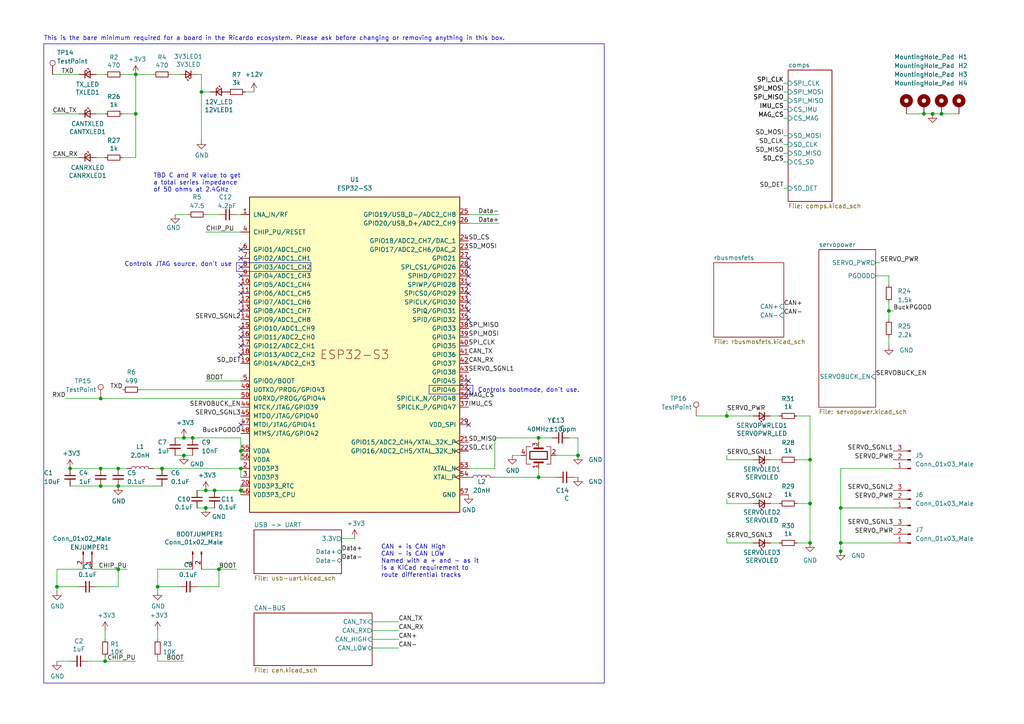
<source format=kicad_sch>
(kicad_sch (version 20230121) (generator eeschema)

  (uuid 7db990e4-92e1-4f99-b4d2-435bbec1ba83)

  (paper "A4")

  (lib_symbols
    (symbol "Connector:Conn_01x02_Male" (pin_names (offset 1.016) hide) (in_bom yes) (on_board yes)
      (property "Reference" "J" (at 0 2.54 0)
        (effects (font (size 1.27 1.27)))
      )
      (property "Value" "Conn_01x02_Male" (at 0 -5.08 0)
        (effects (font (size 1.27 1.27)))
      )
      (property "Footprint" "" (at 0 0 0)
        (effects (font (size 1.27 1.27)) hide)
      )
      (property "Datasheet" "~" (at 0 0 0)
        (effects (font (size 1.27 1.27)) hide)
      )
      (property "ki_keywords" "connector" (at 0 0 0)
        (effects (font (size 1.27 1.27)) hide)
      )
      (property "ki_description" "Generic connector, single row, 01x02, script generated (kicad-library-utils/schlib/autogen/connector/)" (at 0 0 0)
        (effects (font (size 1.27 1.27)) hide)
      )
      (property "ki_fp_filters" "Connector*:*_1x??_*" (at 0 0 0)
        (effects (font (size 1.27 1.27)) hide)
      )
      (symbol "Conn_01x02_Male_1_1"
        (polyline
          (pts
            (xy 1.27 -2.54)
            (xy 0.8636 -2.54)
          )
          (stroke (width 0.1524) (type default))
          (fill (type none))
        )
        (polyline
          (pts
            (xy 1.27 0)
            (xy 0.8636 0)
          )
          (stroke (width 0.1524) (type default))
          (fill (type none))
        )
        (rectangle (start 0.8636 -2.413) (end 0 -2.667)
          (stroke (width 0.1524) (type default))
          (fill (type outline))
        )
        (rectangle (start 0.8636 0.127) (end 0 -0.127)
          (stroke (width 0.1524) (type default))
          (fill (type outline))
        )
        (pin passive line (at 5.08 0 180) (length 3.81)
          (name "Pin_1" (effects (font (size 1.27 1.27))))
          (number "1" (effects (font (size 1.27 1.27))))
        )
        (pin passive line (at 5.08 -2.54 180) (length 3.81)
          (name "Pin_2" (effects (font (size 1.27 1.27))))
          (number "2" (effects (font (size 1.27 1.27))))
        )
      )
    )
    (symbol "Connector:Conn_01x03_Male" (pin_names (offset 1.016) hide) (in_bom yes) (on_board yes)
      (property "Reference" "J" (at 0 5.08 0)
        (effects (font (size 1.27 1.27)))
      )
      (property "Value" "Conn_01x03_Male" (at 0 -5.08 0)
        (effects (font (size 1.27 1.27)))
      )
      (property "Footprint" "" (at 0 0 0)
        (effects (font (size 1.27 1.27)) hide)
      )
      (property "Datasheet" "~" (at 0 0 0)
        (effects (font (size 1.27 1.27)) hide)
      )
      (property "ki_keywords" "connector" (at 0 0 0)
        (effects (font (size 1.27 1.27)) hide)
      )
      (property "ki_description" "Generic connector, single row, 01x03, script generated (kicad-library-utils/schlib/autogen/connector/)" (at 0 0 0)
        (effects (font (size 1.27 1.27)) hide)
      )
      (property "ki_fp_filters" "Connector*:*_1x??_*" (at 0 0 0)
        (effects (font (size 1.27 1.27)) hide)
      )
      (symbol "Conn_01x03_Male_1_1"
        (polyline
          (pts
            (xy 1.27 -2.54)
            (xy 0.8636 -2.54)
          )
          (stroke (width 0.1524) (type default))
          (fill (type none))
        )
        (polyline
          (pts
            (xy 1.27 0)
            (xy 0.8636 0)
          )
          (stroke (width 0.1524) (type default))
          (fill (type none))
        )
        (polyline
          (pts
            (xy 1.27 2.54)
            (xy 0.8636 2.54)
          )
          (stroke (width 0.1524) (type default))
          (fill (type none))
        )
        (rectangle (start 0.8636 -2.413) (end 0 -2.667)
          (stroke (width 0.1524) (type default))
          (fill (type outline))
        )
        (rectangle (start 0.8636 0.127) (end 0 -0.127)
          (stroke (width 0.1524) (type default))
          (fill (type outline))
        )
        (rectangle (start 0.8636 2.667) (end 0 2.413)
          (stroke (width 0.1524) (type default))
          (fill (type outline))
        )
        (pin passive line (at 5.08 2.54 180) (length 3.81)
          (name "Pin_1" (effects (font (size 1.27 1.27))))
          (number "1" (effects (font (size 1.27 1.27))))
        )
        (pin passive line (at 5.08 0 180) (length 3.81)
          (name "Pin_2" (effects (font (size 1.27 1.27))))
          (number "2" (effects (font (size 1.27 1.27))))
        )
        (pin passive line (at 5.08 -2.54 180) (length 3.81)
          (name "Pin_3" (effects (font (size 1.27 1.27))))
          (number "3" (effects (font (size 1.27 1.27))))
        )
      )
    )
    (symbol "Connector:TestPoint" (pin_numbers hide) (pin_names (offset 0.762) hide) (in_bom yes) (on_board yes)
      (property "Reference" "TP" (at 0 6.858 0)
        (effects (font (size 1.27 1.27)))
      )
      (property "Value" "TestPoint" (at 0 5.08 0)
        (effects (font (size 1.27 1.27)))
      )
      (property "Footprint" "" (at 5.08 0 0)
        (effects (font (size 1.27 1.27)) hide)
      )
      (property "Datasheet" "~" (at 5.08 0 0)
        (effects (font (size 1.27 1.27)) hide)
      )
      (property "ki_keywords" "test point tp" (at 0 0 0)
        (effects (font (size 1.27 1.27)) hide)
      )
      (property "ki_description" "test point" (at 0 0 0)
        (effects (font (size 1.27 1.27)) hide)
      )
      (property "ki_fp_filters" "Pin* Test*" (at 0 0 0)
        (effects (font (size 1.27 1.27)) hide)
      )
      (symbol "TestPoint_0_1"
        (circle (center 0 3.302) (radius 0.762)
          (stroke (width 0) (type default))
          (fill (type none))
        )
      )
      (symbol "TestPoint_1_1"
        (pin passive line (at 0 0 90) (length 2.54)
          (name "1" (effects (font (size 1.27 1.27))))
          (number "1" (effects (font (size 1.27 1.27))))
        )
      )
    )
    (symbol "Device:C_Small" (pin_numbers hide) (pin_names (offset 0.254) hide) (in_bom yes) (on_board yes)
      (property "Reference" "C" (at 0.254 1.778 0)
        (effects (font (size 1.27 1.27)) (justify left))
      )
      (property "Value" "C_Small" (at 0.254 -2.032 0)
        (effects (font (size 1.27 1.27)) (justify left))
      )
      (property "Footprint" "" (at 0 0 0)
        (effects (font (size 1.27 1.27)) hide)
      )
      (property "Datasheet" "~" (at 0 0 0)
        (effects (font (size 1.27 1.27)) hide)
      )
      (property "ki_keywords" "capacitor cap" (at 0 0 0)
        (effects (font (size 1.27 1.27)) hide)
      )
      (property "ki_description" "Unpolarized capacitor, small symbol" (at 0 0 0)
        (effects (font (size 1.27 1.27)) hide)
      )
      (property "ki_fp_filters" "C_*" (at 0 0 0)
        (effects (font (size 1.27 1.27)) hide)
      )
      (symbol "C_Small_0_1"
        (polyline
          (pts
            (xy -1.524 -0.508)
            (xy 1.524 -0.508)
          )
          (stroke (width 0.3302) (type default))
          (fill (type none))
        )
        (polyline
          (pts
            (xy -1.524 0.508)
            (xy 1.524 0.508)
          )
          (stroke (width 0.3048) (type default))
          (fill (type none))
        )
      )
      (symbol "C_Small_1_1"
        (pin passive line (at 0 2.54 270) (length 2.032)
          (name "~" (effects (font (size 1.27 1.27))))
          (number "1" (effects (font (size 1.27 1.27))))
        )
        (pin passive line (at 0 -2.54 90) (length 2.032)
          (name "~" (effects (font (size 1.27 1.27))))
          (number "2" (effects (font (size 1.27 1.27))))
        )
      )
    )
    (symbol "Device:Crystal_GND24" (pin_names (offset 1.016) hide) (in_bom yes) (on_board yes)
      (property "Reference" "Y" (at 3.175 5.08 0)
        (effects (font (size 1.27 1.27)) (justify left))
      )
      (property "Value" "Crystal_GND24" (at 3.175 3.175 0)
        (effects (font (size 1.27 1.27)) (justify left))
      )
      (property "Footprint" "" (at 0 0 0)
        (effects (font (size 1.27 1.27)) hide)
      )
      (property "Datasheet" "~" (at 0 0 0)
        (effects (font (size 1.27 1.27)) hide)
      )
      (property "ki_keywords" "quartz ceramic resonator oscillator" (at 0 0 0)
        (effects (font (size 1.27 1.27)) hide)
      )
      (property "ki_description" "Four pin crystal, GND on pins 2 and 4" (at 0 0 0)
        (effects (font (size 1.27 1.27)) hide)
      )
      (property "ki_fp_filters" "Crystal*" (at 0 0 0)
        (effects (font (size 1.27 1.27)) hide)
      )
      (symbol "Crystal_GND24_0_1"
        (rectangle (start -1.143 2.54) (end 1.143 -2.54)
          (stroke (width 0.3048) (type default))
          (fill (type none))
        )
        (polyline
          (pts
            (xy -2.54 0)
            (xy -2.032 0)
          )
          (stroke (width 0) (type default))
          (fill (type none))
        )
        (polyline
          (pts
            (xy -2.032 -1.27)
            (xy -2.032 1.27)
          )
          (stroke (width 0.508) (type default))
          (fill (type none))
        )
        (polyline
          (pts
            (xy 0 -3.81)
            (xy 0 -3.556)
          )
          (stroke (width 0) (type default))
          (fill (type none))
        )
        (polyline
          (pts
            (xy 0 3.556)
            (xy 0 3.81)
          )
          (stroke (width 0) (type default))
          (fill (type none))
        )
        (polyline
          (pts
            (xy 2.032 -1.27)
            (xy 2.032 1.27)
          )
          (stroke (width 0.508) (type default))
          (fill (type none))
        )
        (polyline
          (pts
            (xy 2.032 0)
            (xy 2.54 0)
          )
          (stroke (width 0) (type default))
          (fill (type none))
        )
        (polyline
          (pts
            (xy -2.54 -2.286)
            (xy -2.54 -3.556)
            (xy 2.54 -3.556)
            (xy 2.54 -2.286)
          )
          (stroke (width 0) (type default))
          (fill (type none))
        )
        (polyline
          (pts
            (xy -2.54 2.286)
            (xy -2.54 3.556)
            (xy 2.54 3.556)
            (xy 2.54 2.286)
          )
          (stroke (width 0) (type default))
          (fill (type none))
        )
      )
      (symbol "Crystal_GND24_1_1"
        (pin passive line (at -3.81 0 0) (length 1.27)
          (name "1" (effects (font (size 1.27 1.27))))
          (number "1" (effects (font (size 1.27 1.27))))
        )
        (pin passive line (at 0 5.08 270) (length 1.27)
          (name "2" (effects (font (size 1.27 1.27))))
          (number "2" (effects (font (size 1.27 1.27))))
        )
        (pin passive line (at 3.81 0 180) (length 1.27)
          (name "3" (effects (font (size 1.27 1.27))))
          (number "3" (effects (font (size 1.27 1.27))))
        )
        (pin passive line (at 0 -5.08 90) (length 1.27)
          (name "4" (effects (font (size 1.27 1.27))))
          (number "4" (effects (font (size 1.27 1.27))))
        )
      )
    )
    (symbol "Device:L" (pin_numbers hide) (pin_names (offset 1.016) hide) (in_bom yes) (on_board yes)
      (property "Reference" "L" (at -1.27 0 90)
        (effects (font (size 1.27 1.27)))
      )
      (property "Value" "L" (at 1.905 0 90)
        (effects (font (size 1.27 1.27)))
      )
      (property "Footprint" "" (at 0 0 0)
        (effects (font (size 1.27 1.27)) hide)
      )
      (property "Datasheet" "~" (at 0 0 0)
        (effects (font (size 1.27 1.27)) hide)
      )
      (property "ki_keywords" "inductor choke coil reactor magnetic" (at 0 0 0)
        (effects (font (size 1.27 1.27)) hide)
      )
      (property "ki_description" "Inductor" (at 0 0 0)
        (effects (font (size 1.27 1.27)) hide)
      )
      (property "ki_fp_filters" "Choke_* *Coil* Inductor_* L_*" (at 0 0 0)
        (effects (font (size 1.27 1.27)) hide)
      )
      (symbol "L_0_1"
        (arc (start 0 -2.54) (mid 0.6323 -1.905) (end 0 -1.27)
          (stroke (width 0) (type default))
          (fill (type none))
        )
        (arc (start 0 -1.27) (mid 0.6323 -0.635) (end 0 0)
          (stroke (width 0) (type default))
          (fill (type none))
        )
        (arc (start 0 0) (mid 0.6323 0.635) (end 0 1.27)
          (stroke (width 0) (type default))
          (fill (type none))
        )
        (arc (start 0 1.27) (mid 0.6323 1.905) (end 0 2.54)
          (stroke (width 0) (type default))
          (fill (type none))
        )
      )
      (symbol "L_1_1"
        (pin passive line (at 0 3.81 270) (length 1.27)
          (name "1" (effects (font (size 1.27 1.27))))
          (number "1" (effects (font (size 1.27 1.27))))
        )
        (pin passive line (at 0 -3.81 90) (length 1.27)
          (name "2" (effects (font (size 1.27 1.27))))
          (number "2" (effects (font (size 1.27 1.27))))
        )
      )
    )
    (symbol "Device:LED_Small" (pin_numbers hide) (pin_names (offset 0.254) hide) (in_bom yes) (on_board yes)
      (property "Reference" "D" (at -1.27 3.175 0)
        (effects (font (size 1.27 1.27)) (justify left))
      )
      (property "Value" "LED_Small" (at -4.445 -2.54 0)
        (effects (font (size 1.27 1.27)) (justify left))
      )
      (property "Footprint" "" (at 0 0 90)
        (effects (font (size 1.27 1.27)) hide)
      )
      (property "Datasheet" "~" (at 0 0 90)
        (effects (font (size 1.27 1.27)) hide)
      )
      (property "ki_keywords" "LED diode light-emitting-diode" (at 0 0 0)
        (effects (font (size 1.27 1.27)) hide)
      )
      (property "ki_description" "Light emitting diode, small symbol" (at 0 0 0)
        (effects (font (size 1.27 1.27)) hide)
      )
      (property "ki_fp_filters" "LED* LED_SMD:* LED_THT:*" (at 0 0 0)
        (effects (font (size 1.27 1.27)) hide)
      )
      (symbol "LED_Small_0_1"
        (polyline
          (pts
            (xy -0.762 -1.016)
            (xy -0.762 1.016)
          )
          (stroke (width 0.254) (type default))
          (fill (type none))
        )
        (polyline
          (pts
            (xy 1.016 0)
            (xy -0.762 0)
          )
          (stroke (width 0) (type default))
          (fill (type none))
        )
        (polyline
          (pts
            (xy 0.762 -1.016)
            (xy -0.762 0)
            (xy 0.762 1.016)
            (xy 0.762 -1.016)
          )
          (stroke (width 0.254) (type default))
          (fill (type none))
        )
        (polyline
          (pts
            (xy 0 0.762)
            (xy -0.508 1.27)
            (xy -0.254 1.27)
            (xy -0.508 1.27)
            (xy -0.508 1.016)
          )
          (stroke (width 0) (type default))
          (fill (type none))
        )
        (polyline
          (pts
            (xy 0.508 1.27)
            (xy 0 1.778)
            (xy 0.254 1.778)
            (xy 0 1.778)
            (xy 0 1.524)
          )
          (stroke (width 0) (type default))
          (fill (type none))
        )
      )
      (symbol "LED_Small_1_1"
        (pin passive line (at -2.54 0 0) (length 1.778)
          (name "K" (effects (font (size 1.27 1.27))))
          (number "1" (effects (font (size 1.27 1.27))))
        )
        (pin passive line (at 2.54 0 180) (length 1.778)
          (name "A" (effects (font (size 1.27 1.27))))
          (number "2" (effects (font (size 1.27 1.27))))
        )
      )
    )
    (symbol "Device:R_Small" (pin_numbers hide) (pin_names (offset 0.254) hide) (in_bom yes) (on_board yes)
      (property "Reference" "R" (at 0.762 0.508 0)
        (effects (font (size 1.27 1.27)) (justify left))
      )
      (property "Value" "R_Small" (at 0.762 -1.016 0)
        (effects (font (size 1.27 1.27)) (justify left))
      )
      (property "Footprint" "" (at 0 0 0)
        (effects (font (size 1.27 1.27)) hide)
      )
      (property "Datasheet" "~" (at 0 0 0)
        (effects (font (size 1.27 1.27)) hide)
      )
      (property "ki_keywords" "R resistor" (at 0 0 0)
        (effects (font (size 1.27 1.27)) hide)
      )
      (property "ki_description" "Resistor, small symbol" (at 0 0 0)
        (effects (font (size 1.27 1.27)) hide)
      )
      (property "ki_fp_filters" "R_*" (at 0 0 0)
        (effects (font (size 1.27 1.27)) hide)
      )
      (symbol "R_Small_0_1"
        (rectangle (start -0.762 1.778) (end 0.762 -1.778)
          (stroke (width 0.2032) (type default))
          (fill (type none))
        )
      )
      (symbol "R_Small_1_1"
        (pin passive line (at 0 2.54 270) (length 0.762)
          (name "~" (effects (font (size 1.27 1.27))))
          (number "1" (effects (font (size 1.27 1.27))))
        )
        (pin passive line (at 0 -2.54 90) (length 0.762)
          (name "~" (effects (font (size 1.27 1.27))))
          (number "2" (effects (font (size 1.27 1.27))))
        )
      )
    )
    (symbol "Espressif:ESP32-S3" (pin_names (offset 1.016)) (in_bom yes) (on_board yes)
      (property "Reference" "U" (at 0 48.26 0)
        (effects (font (size 1.27 1.27)))
      )
      (property "Value" "ESP32-S3" (at 0 -48.26 0)
        (effects (font (size 1.27 1.27)))
      )
      (property "Footprint" "Package_DFN_QFN:QFN-56-1EP_7x7mm_P0.4mm_EP5.6x5.6mm" (at 0 -50.8 0)
        (effects (font (size 1.27 1.27)) hide)
      )
      (property "Datasheet" "https://www.espressif.com/sites/default/files/documentation/esp32-s3_datasheet_en.pdf" (at 0 -53.34 0)
        (effects (font (size 1.27 1.27)) hide)
      )
      (property "ki_description" "ESP32-S3 is a low-power MCU-based system-on-chip (SoC) that supports 2.4 GHz Wi-Fi and Bluetooth® Low Energy (Bluetooth LE). It consists of high-performance dual-core microprocessor (Xtensa® 32-bit LX7), a low power coprocessor, a Wi-Fi baseband, a Bluetooth LE baseband, RF module, and peripherals." (at 0 0 0)
        (effects (font (size 1.27 1.27)) hide)
      )
      (symbol "ESP32-S3_0_0"
        (text "ESP32-S3" (at 0 0 0)
          (effects (font (size 2.54 2.54)))
        )
        (pin bidirectional line (at 33.02 -12.7 180) (length 2.54)
          (name "SPICLK_N/GPIO48" (effects (font (size 1.27 1.27))))
          (number "36" (effects (font (size 1.27 1.27))))
        )
        (pin bidirectional line (at 33.02 -15.24 180) (length 2.54)
          (name "SPICLK_P/GPIO47" (effects (font (size 1.27 1.27))))
          (number "37" (effects (font (size 1.27 1.27))))
        )
      )
      (symbol "ESP32-S3_0_1"
        (rectangle (start -30.48 45.72) (end 30.48 -45.72)
          (stroke (width 0.254) (type default))
          (fill (type background))
        )
      )
      (symbol "ESP32-S3_1_1"
        (pin bidirectional line (at -33.02 40.64 0) (length 2.54)
          (name "LNA_IN/RF" (effects (font (size 1.27 1.27))))
          (number "1" (effects (font (size 1.27 1.27))))
        )
        (pin bidirectional line (at -33.02 20.32 0) (length 2.54)
          (name "GPIO5/ADC1_CH4" (effects (font (size 1.27 1.27))))
          (number "10" (effects (font (size 1.27 1.27))))
        )
        (pin bidirectional line (at -33.02 17.78 0) (length 2.54)
          (name "GPIO6/ADC1_CH5" (effects (font (size 1.27 1.27))))
          (number "11" (effects (font (size 1.27 1.27))))
        )
        (pin bidirectional line (at -33.02 15.24 0) (length 2.54)
          (name "GPIO7/ADC1_CH6" (effects (font (size 1.27 1.27))))
          (number "12" (effects (font (size 1.27 1.27))))
        )
        (pin bidirectional line (at -33.02 12.7 0) (length 2.54)
          (name "GPIO8/ADC1_CH7" (effects (font (size 1.27 1.27))))
          (number "13" (effects (font (size 1.27 1.27))))
        )
        (pin bidirectional line (at -33.02 10.16 0) (length 2.54)
          (name "GPIO9/ADC1_CH8" (effects (font (size 1.27 1.27))))
          (number "14" (effects (font (size 1.27 1.27))))
        )
        (pin bidirectional line (at -33.02 7.62 0) (length 2.54)
          (name "GPIO10/ADC1_CH9" (effects (font (size 1.27 1.27))))
          (number "15" (effects (font (size 1.27 1.27))))
        )
        (pin bidirectional line (at -33.02 5.08 0) (length 2.54)
          (name "GPIO11/ADC2_CH0" (effects (font (size 1.27 1.27))))
          (number "16" (effects (font (size 1.27 1.27))))
        )
        (pin bidirectional line (at -33.02 2.54 0) (length 2.54)
          (name "GPIO12/ADC2_CH1" (effects (font (size 1.27 1.27))))
          (number "17" (effects (font (size 1.27 1.27))))
        )
        (pin bidirectional line (at -33.02 0 0) (length 2.54)
          (name "GPIO13/ADC2_CH2" (effects (font (size 1.27 1.27))))
          (number "18" (effects (font (size 1.27 1.27))))
        )
        (pin bidirectional line (at -33.02 -2.54 0) (length 2.54)
          (name "GPIO14/ADC2_CH3" (effects (font (size 1.27 1.27))))
          (number "19" (effects (font (size 1.27 1.27))))
        )
        (pin power_in line (at -33.02 -33.02 0) (length 2.54)
          (name "VDD3P3" (effects (font (size 1.27 1.27))))
          (number "2" (effects (font (size 1.27 1.27))))
        )
        (pin power_in line (at -33.02 -38.1 0) (length 2.54)
          (name "VDD3P3_RTC" (effects (font (size 1.27 1.27))))
          (number "20" (effects (font (size 1.27 1.27))))
        )
        (pin input clock (at 33.02 -25.4 180) (length 2.54)
          (name "GPIO15/ADC2_CH4/XTAL_32K_P" (effects (font (size 1.27 1.27))))
          (number "21" (effects (font (size 1.27 1.27))))
        )
        (pin output clock (at 33.02 -27.94 180) (length 2.54)
          (name "GPIO16/ADC2_CH5/XTAL_32K_N" (effects (font (size 1.27 1.27))))
          (number "22" (effects (font (size 1.27 1.27))))
        )
        (pin bidirectional line (at 33.02 30.48 180) (length 2.54)
          (name "GPIO17/ADC2_CH6/DAC_2" (effects (font (size 1.27 1.27))))
          (number "23" (effects (font (size 1.27 1.27))))
        )
        (pin bidirectional line (at 33.02 33.02 180) (length 2.54)
          (name "GPIO18/ADC2_CH7/DAC_1" (effects (font (size 1.27 1.27))))
          (number "24" (effects (font (size 1.27 1.27))))
        )
        (pin bidirectional line (at 33.02 40.64 180) (length 2.54)
          (name "GPIO19/USB_D-/ADC2_CH8" (effects (font (size 1.27 1.27))))
          (number "25" (effects (font (size 1.27 1.27))))
        )
        (pin bidirectional line (at 33.02 38.1 180) (length 2.54)
          (name "GPIO20/USB_D+/ADC2_CH9" (effects (font (size 1.27 1.27))))
          (number "26" (effects (font (size 1.27 1.27))))
        )
        (pin bidirectional line (at 33.02 27.94 180) (length 2.54)
          (name "GPIO21" (effects (font (size 1.27 1.27))))
          (number "27" (effects (font (size 1.27 1.27))))
        )
        (pin bidirectional line (at 33.02 25.4 180) (length 2.54)
          (name "SPI_CS1/GPIO26" (effects (font (size 1.27 1.27))))
          (number "28" (effects (font (size 1.27 1.27))))
        )
        (pin power_out line (at 33.02 -20.32 180) (length 2.54)
          (name "VDD_SPI" (effects (font (size 1.27 1.27))))
          (number "29" (effects (font (size 1.27 1.27))))
        )
        (pin power_in line (at -33.02 -35.56 0) (length 2.54)
          (name "VDD3P3" (effects (font (size 1.27 1.27))))
          (number "3" (effects (font (size 1.27 1.27))))
        )
        (pin bidirectional line (at 33.02 22.86 180) (length 2.54)
          (name "SPIHD/GPIO27" (effects (font (size 1.27 1.27))))
          (number "30" (effects (font (size 1.27 1.27))))
        )
        (pin bidirectional line (at 33.02 20.32 180) (length 2.54)
          (name "SPIWP/GPIO28" (effects (font (size 1.27 1.27))))
          (number "31" (effects (font (size 1.27 1.27))))
        )
        (pin bidirectional line (at 33.02 17.78 180) (length 2.54)
          (name "SPICS0/GPIO29" (effects (font (size 1.27 1.27))))
          (number "32" (effects (font (size 1.27 1.27))))
        )
        (pin bidirectional line (at 33.02 15.24 180) (length 2.54)
          (name "SPICLK/GPIO30" (effects (font (size 1.27 1.27))))
          (number "33" (effects (font (size 1.27 1.27))))
        )
        (pin bidirectional line (at 33.02 12.7 180) (length 2.54)
          (name "SPIQ/GPIO31" (effects (font (size 1.27 1.27))))
          (number "34" (effects (font (size 1.27 1.27))))
        )
        (pin bidirectional line (at 33.02 10.16 180) (length 2.54)
          (name "SPID/GPIO32" (effects (font (size 1.27 1.27))))
          (number "35" (effects (font (size 1.27 1.27))))
        )
        (pin bidirectional line (at 33.02 7.62 180) (length 2.54)
          (name "GPIO33" (effects (font (size 1.27 1.27))))
          (number "38" (effects (font (size 1.27 1.27))))
        )
        (pin bidirectional line (at 33.02 5.08 180) (length 2.54)
          (name "GPIO34" (effects (font (size 1.27 1.27))))
          (number "39" (effects (font (size 1.27 1.27))))
        )
        (pin input line (at -33.02 35.56 0) (length 2.54)
          (name "CHIP_PU/RESET" (effects (font (size 1.27 1.27))))
          (number "4" (effects (font (size 1.27 1.27))))
        )
        (pin bidirectional line (at 33.02 2.54 180) (length 2.54)
          (name "GPIO35" (effects (font (size 1.27 1.27))))
          (number "40" (effects (font (size 1.27 1.27))))
        )
        (pin bidirectional line (at 33.02 0 180) (length 2.54)
          (name "GPIO36" (effects (font (size 1.27 1.27))))
          (number "41" (effects (font (size 1.27 1.27))))
        )
        (pin bidirectional line (at 33.02 -2.54 180) (length 2.54)
          (name "GPIO37" (effects (font (size 1.27 1.27))))
          (number "42" (effects (font (size 1.27 1.27))))
        )
        (pin bidirectional line (at 33.02 -5.08 180) (length 2.54)
          (name "GPIO38" (effects (font (size 1.27 1.27))))
          (number "43" (effects (font (size 1.27 1.27))))
        )
        (pin bidirectional line (at -33.02 -15.24 0) (length 2.54)
          (name "MTCK/JTAG/GPIO39" (effects (font (size 1.27 1.27))))
          (number "44" (effects (font (size 1.27 1.27))))
        )
        (pin bidirectional line (at -33.02 -17.78 0) (length 2.54)
          (name "MTDO/JTAG/GPIO40" (effects (font (size 1.27 1.27))))
          (number "45" (effects (font (size 1.27 1.27))))
        )
        (pin power_in line (at -33.02 -40.64 0) (length 2.54)
          (name "VDD3P3_CPU" (effects (font (size 1.27 1.27))))
          (number "46" (effects (font (size 1.27 1.27))))
        )
        (pin bidirectional line (at -33.02 -20.32 0) (length 2.54)
          (name "MTDI/JTAG/GPIO41" (effects (font (size 1.27 1.27))))
          (number "47" (effects (font (size 1.27 1.27))))
        )
        (pin bidirectional line (at -33.02 -22.86 0) (length 2.54)
          (name "MTMS/JTAG/GPIO42" (effects (font (size 1.27 1.27))))
          (number "48" (effects (font (size 1.27 1.27))))
        )
        (pin bidirectional line (at -33.02 -10.16 0) (length 2.54)
          (name "U0TXD/PROG/GPIO43" (effects (font (size 1.27 1.27))))
          (number "49" (effects (font (size 1.27 1.27))))
        )
        (pin bidirectional line (at -33.02 -7.62 0) (length 2.54)
          (name "GPIO0/BOOT" (effects (font (size 1.27 1.27))))
          (number "5" (effects (font (size 1.27 1.27))))
        )
        (pin bidirectional line (at -33.02 -12.7 0) (length 2.54)
          (name "U0RXD/PROG/GPIO44" (effects (font (size 1.27 1.27))))
          (number "50" (effects (font (size 1.27 1.27))))
        )
        (pin bidirectional line (at 33.02 -7.62 180) (length 2.54)
          (name "GPIO45" (effects (font (size 1.27 1.27))))
          (number "51" (effects (font (size 1.27 1.27))))
        )
        (pin bidirectional line (at 33.02 -10.16 180) (length 2.54)
          (name "GPIO46" (effects (font (size 1.27 1.27))))
          (number "52" (effects (font (size 1.27 1.27))))
        )
        (pin input clock (at 33.02 -33.02 180) (length 2.54)
          (name "XTAL_N" (effects (font (size 1.27 1.27))))
          (number "53" (effects (font (size 1.27 1.27))))
        )
        (pin output clock (at 33.02 -35.56 180) (length 2.54)
          (name "XTAL_P" (effects (font (size 1.27 1.27))))
          (number "54" (effects (font (size 1.27 1.27))))
        )
        (pin power_in line (at -33.02 -27.94 0) (length 2.54)
          (name "VDDA" (effects (font (size 1.27 1.27))))
          (number "55" (effects (font (size 1.27 1.27))))
        )
        (pin power_in line (at -33.02 -30.48 0) (length 2.54)
          (name "VDDA" (effects (font (size 1.27 1.27))))
          (number "56" (effects (font (size 1.27 1.27))))
        )
        (pin power_in line (at 33.02 -40.64 180) (length 2.54)
          (name "GND" (effects (font (size 1.27 1.27))))
          (number "57" (effects (font (size 1.27 1.27))))
        )
        (pin bidirectional line (at -33.02 30.48 0) (length 2.54)
          (name "GPIO1/ADC1_CH0" (effects (font (size 1.27 1.27))))
          (number "6" (effects (font (size 1.27 1.27))))
        )
        (pin bidirectional line (at -33.02 27.94 0) (length 2.54)
          (name "GPIO2/ADC1_CH1" (effects (font (size 1.27 1.27))))
          (number "7" (effects (font (size 1.27 1.27))))
        )
        (pin bidirectional line (at -33.02 25.4 0) (length 2.54)
          (name "GPIO3/ADC1_CH2" (effects (font (size 1.27 1.27))))
          (number "8" (effects (font (size 1.27 1.27))))
        )
        (pin bidirectional line (at -33.02 22.86 0) (length 2.54)
          (name "GPIO4/ADC1_CH3" (effects (font (size 1.27 1.27))))
          (number "9" (effects (font (size 1.27 1.27))))
        )
      )
    )
    (symbol "Mechanical:MountingHole_Pad" (pin_numbers hide) (pin_names (offset 1.016) hide) (in_bom yes) (on_board yes)
      (property "Reference" "H" (at 0 6.35 0)
        (effects (font (size 1.27 1.27)))
      )
      (property "Value" "MountingHole_Pad" (at 0 4.445 0)
        (effects (font (size 1.27 1.27)))
      )
      (property "Footprint" "" (at 0 0 0)
        (effects (font (size 1.27 1.27)) hide)
      )
      (property "Datasheet" "~" (at 0 0 0)
        (effects (font (size 1.27 1.27)) hide)
      )
      (property "ki_keywords" "mounting hole" (at 0 0 0)
        (effects (font (size 1.27 1.27)) hide)
      )
      (property "ki_description" "Mounting Hole with connection" (at 0 0 0)
        (effects (font (size 1.27 1.27)) hide)
      )
      (property "ki_fp_filters" "MountingHole*Pad*" (at 0 0 0)
        (effects (font (size 1.27 1.27)) hide)
      )
      (symbol "MountingHole_Pad_0_1"
        (circle (center 0 1.27) (radius 1.27)
          (stroke (width 1.27) (type default))
          (fill (type none))
        )
      )
      (symbol "MountingHole_Pad_1_1"
        (pin input line (at 0 -2.54 90) (length 2.54)
          (name "1" (effects (font (size 1.27 1.27))))
          (number "1" (effects (font (size 1.27 1.27))))
        )
      )
    )
    (symbol "power:+12V" (power) (pin_names (offset 0)) (in_bom yes) (on_board yes)
      (property "Reference" "#PWR" (at 0 -3.81 0)
        (effects (font (size 1.27 1.27)) hide)
      )
      (property "Value" "+12V" (at 0 3.556 0)
        (effects (font (size 1.27 1.27)))
      )
      (property "Footprint" "" (at 0 0 0)
        (effects (font (size 1.27 1.27)) hide)
      )
      (property "Datasheet" "" (at 0 0 0)
        (effects (font (size 1.27 1.27)) hide)
      )
      (property "ki_keywords" "power-flag" (at 0 0 0)
        (effects (font (size 1.27 1.27)) hide)
      )
      (property "ki_description" "Power symbol creates a global label with name \"+12V\"" (at 0 0 0)
        (effects (font (size 1.27 1.27)) hide)
      )
      (symbol "+12V_0_1"
        (polyline
          (pts
            (xy -0.762 1.27)
            (xy 0 2.54)
          )
          (stroke (width 0) (type default))
          (fill (type none))
        )
        (polyline
          (pts
            (xy 0 0)
            (xy 0 2.54)
          )
          (stroke (width 0) (type default))
          (fill (type none))
        )
        (polyline
          (pts
            (xy 0 2.54)
            (xy 0.762 1.27)
          )
          (stroke (width 0) (type default))
          (fill (type none))
        )
      )
      (symbol "+12V_1_1"
        (pin power_in line (at 0 0 90) (length 0) hide
          (name "+12V" (effects (font (size 1.27 1.27))))
          (number "1" (effects (font (size 1.27 1.27))))
        )
      )
    )
    (symbol "power:+3.3V" (power) (pin_names (offset 0)) (in_bom yes) (on_board yes)
      (property "Reference" "#PWR" (at 0 -3.81 0)
        (effects (font (size 1.27 1.27)) hide)
      )
      (property "Value" "+3.3V" (at 0 3.556 0)
        (effects (font (size 1.27 1.27)))
      )
      (property "Footprint" "" (at 0 0 0)
        (effects (font (size 1.27 1.27)) hide)
      )
      (property "Datasheet" "" (at 0 0 0)
        (effects (font (size 1.27 1.27)) hide)
      )
      (property "ki_keywords" "power-flag" (at 0 0 0)
        (effects (font (size 1.27 1.27)) hide)
      )
      (property "ki_description" "Power symbol creates a global label with name \"+3.3V\"" (at 0 0 0)
        (effects (font (size 1.27 1.27)) hide)
      )
      (symbol "+3.3V_0_1"
        (polyline
          (pts
            (xy -0.762 1.27)
            (xy 0 2.54)
          )
          (stroke (width 0) (type default))
          (fill (type none))
        )
        (polyline
          (pts
            (xy 0 0)
            (xy 0 2.54)
          )
          (stroke (width 0) (type default))
          (fill (type none))
        )
        (polyline
          (pts
            (xy 0 2.54)
            (xy 0.762 1.27)
          )
          (stroke (width 0) (type default))
          (fill (type none))
        )
      )
      (symbol "+3.3V_1_1"
        (pin power_in line (at 0 0 90) (length 0) hide
          (name "+3V3" (effects (font (size 1.27 1.27))))
          (number "1" (effects (font (size 1.27 1.27))))
        )
      )
    )
    (symbol "power:GND" (power) (pin_names (offset 0)) (in_bom yes) (on_board yes)
      (property "Reference" "#PWR" (at 0 -6.35 0)
        (effects (font (size 1.27 1.27)) hide)
      )
      (property "Value" "GND" (at 0 -3.81 0)
        (effects (font (size 1.27 1.27)))
      )
      (property "Footprint" "" (at 0 0 0)
        (effects (font (size 1.27 1.27)) hide)
      )
      (property "Datasheet" "" (at 0 0 0)
        (effects (font (size 1.27 1.27)) hide)
      )
      (property "ki_keywords" "power-flag" (at 0 0 0)
        (effects (font (size 1.27 1.27)) hide)
      )
      (property "ki_description" "Power symbol creates a global label with name \"GND\" , ground" (at 0 0 0)
        (effects (font (size 1.27 1.27)) hide)
      )
      (symbol "GND_0_1"
        (polyline
          (pts
            (xy 0 0)
            (xy 0 -1.27)
            (xy 1.27 -1.27)
            (xy 0 -2.54)
            (xy -1.27 -1.27)
            (xy 0 -1.27)
          )
          (stroke (width 0) (type default))
          (fill (type none))
        )
      )
      (symbol "GND_1_1"
        (pin power_in line (at 0 0 270) (length 0) hide
          (name "GND" (effects (font (size 1.27 1.27))))
          (number "1" (effects (font (size 1.27 1.27))))
        )
      )
    )
  )

  (junction (at 39.37 21.59) (diameter 0) (color 0 0 0 0)
    (uuid 02f8904b-a7b2-49dd-b392-764e7e29fb51)
  )
  (junction (at 59.69 142.24) (diameter 0) (color 0 0 0 0)
    (uuid 0753a347-97d9-4cb7-b81c-f57d156ee03d)
  )
  (junction (at 234.95 133.35) (diameter 0) (color 0 0 0 0)
    (uuid 21cf97bf-9106-4a6d-b773-87de24f992f4)
  )
  (junction (at 53.34 127) (diameter 0) (color 0 0 0 0)
    (uuid 259169cf-23d2-4d34-acfa-b35367d25621)
  )
  (junction (at 58.42 26.67) (diameter 0) (color 0 0 0 0)
    (uuid 28b01cd2-da3a-46ec-8825-b0f31a0b8987)
  )
  (junction (at 243.84 159.9098) (diameter 0) (color 0 0 0 0)
    (uuid 2f3eaff7-3507-4a9c-9402-780012e98101)
  )
  (junction (at 30.48 191.77) (diameter 0) (color 0 0 0 0)
    (uuid 35c09d1f-2914-4d1e-a002-df30af772f3b)
  )
  (junction (at 243.84 147.32) (diameter 0) (color 0 0 0 0)
    (uuid 4f1818a8-5148-4012-b8aa-f9558bdbdeb7)
  )
  (junction (at 234.95 146.05) (diameter 0) (color 0 0 0 0)
    (uuid 5776a35a-fbd5-4925-bf4f-2083c3d5f544)
  )
  (junction (at 69.85 142.24) (diameter 0) (color 0 0 0 0)
    (uuid 69bccc29-7896-4bd5-847c-4b30488bfdf7)
  )
  (junction (at 55.88 127) (diameter 0) (color 0 0 0 0)
    (uuid 7080b686-704b-4224-87e0-0a66227e69e7)
  )
  (junction (at 63.5 165.1) (diameter 0) (color 0 0 0 0)
    (uuid 747f57e5-4698-4c6b-916d-232e6b1f645b)
  )
  (junction (at 59.69 147.32) (diameter 0) (color 0 0 0 0)
    (uuid 76b48920-113a-47db-a65d-49e9e75b755a)
  )
  (junction (at 62.23 142.24) (diameter 0) (color 0 0 0 0)
    (uuid 7847a7dc-83b6-40e8-ab83-35ec04184c6f)
  )
  (junction (at 34.29 135.89) (diameter 0) (color 0 0 0 0)
    (uuid 7a8ee3ce-88a3-49a2-aa53-ca000ddb33c8)
  )
  (junction (at 20.32 135.89) (diameter 0) (color 0 0 0 0)
    (uuid 88f17a64-5024-4f4b-8346-d8222bac5104)
  )
  (junction (at 45.72 170.18) (diameter 0) (color 0 0 0 0)
    (uuid 8ac400bf-c9b3-4af4-b0a7-9aa9ab4ad17e)
  )
  (junction (at 39.37 33.02) (diameter 0) (color 0 0 0 0)
    (uuid 91f6a4ad-10fc-490a-9caa-8b4c01bd514d)
  )
  (junction (at 29.21 115.57) (diameter 0) (color 0 0 0 0)
    (uuid 97331656-a83c-44f4-bb25-f7de823fe01f)
  )
  (junction (at 29.21 135.89) (diameter 0) (color 0 0 0 0)
    (uuid a6a6b792-84b0-4f4e-9e9d-847e9a94203c)
  )
  (junction (at 34.29 140.97) (diameter 0) (color 0 0 0 0)
    (uuid abc917ce-119d-4f43-8ab3-fb5d20f74b7e)
  )
  (junction (at 156.21 127) (diameter 0) (color 0 0 0 0)
    (uuid ae65856b-4a40-4cab-a5ff-5a35c8850e02)
  )
  (junction (at 273.05 33.02) (diameter 0) (color 0 0 0 0)
    (uuid b32183f9-e002-4a64-a1c2-255269c79027)
  )
  (junction (at 53.34 132.08) (diameter 0) (color 0 0 0 0)
    (uuid b7428965-44ff-4d1f-990c-3d61005cbad1)
  )
  (junction (at 156.21 138.43) (diameter 0) (color 0 0 0 0)
    (uuid b749e26e-88fc-47bb-b418-a32130eee6ec)
  )
  (junction (at 69.85 130.81) (diameter 0) (color 0 0 0 0)
    (uuid b81264dd-7182-41f5-960f-39b78460c520)
  )
  (junction (at 234.95 157.48) (diameter 0) (color 0 0 0 0)
    (uuid ba47123d-76c4-45d6-9aec-c8b75f52c3f2)
  )
  (junction (at 257.81 90.17) (diameter 0) (color 0 0 0 0)
    (uuid bbdfad92-4eef-433a-ba3d-9b4757f8f5ab)
  )
  (junction (at 29.21 140.97) (diameter 0) (color 0 0 0 0)
    (uuid c86aaef9-56ce-427d-b18b-c7a9b78c893f)
  )
  (junction (at 16.51 170.18) (diameter 0) (color 0 0 0 0)
    (uuid cb083d38-4f11-4a80-8b19-ab751c405e4a)
  )
  (junction (at 243.84 157.48) (diameter 0) (color 0 0 0 0)
    (uuid d18801d1-550b-4930-8605-7a76079dc210)
  )
  (junction (at 270.51 33.02) (diameter 0) (color 0 0 0 0)
    (uuid de1d8b49-3cd8-4ee5-8113-50d6db3ea930)
  )
  (junction (at 267.97 33.02) (diameter 0) (color 0 0 0 0)
    (uuid de3cc7ee-e860-4f56-b4cf-41e7448f2241)
  )
  (junction (at 167.64 132.08) (diameter 0) (color 0 0 0 0)
    (uuid e379247a-7c51-4094-9a8c-3b8a6d5322fb)
  )
  (junction (at 210.82 120.65) (diameter 0) (color 0 0 0 0)
    (uuid e6ef7461-fbb0-42c2-8d1f-f529cb166026)
  )
  (junction (at 46.99 135.89) (diameter 0) (color 0 0 0 0)
    (uuid edb60ccc-5ad5-4417-9f0a-4281bdc6260b)
  )
  (junction (at 34.29 165.1) (diameter 0) (color 0 0 0 0)
    (uuid f0852334-0410-4a06-99ff-da7ea21a1167)
  )
  (junction (at 69.85 135.89) (diameter 0) (color 0 0 0 0)
    (uuid f130ddb0-0916-407d-9728-6ff1a5a57806)
  )

  (no_connect (at 135.89 80.01) (uuid 060617d7-65c8-4e06-83da-6740a46a95d3))
  (no_connect (at 135.89 77.47) (uuid 17335f69-ac44-48fb-bdc9-b500cabc16d6))
  (no_connect (at 135.89 87.63) (uuid 2b9778ca-e138-4b59-9943-7b470679f1e9))
  (no_connect (at 69.85 102.87) (uuid 2ed6ce94-2a1e-4aa0-ab47-457e926aca2c))
  (no_connect (at 135.89 92.71) (uuid 40e0ce6f-4c62-48bc-8f82-3d366061316c))
  (no_connect (at 69.85 95.25) (uuid 5f8c98d6-b583-4991-adfc-f2ac37340512))
  (no_connect (at 69.85 74.93) (uuid 60eb2f84-4539-43ab-a265-59055256c812))
  (no_connect (at 69.85 72.39) (uuid 640e4e35-939c-42cb-bd93-767030f0b4a6))
  (no_connect (at 69.85 123.19) (uuid 693a429d-a9b7-4f9d-a669-3b70af4aed49))
  (no_connect (at 69.85 77.47) (uuid 86749bc6-b935-4c25-9994-054cf825bf11))
  (no_connect (at 135.89 82.55) (uuid 8e78c848-7d01-4d52-8ec4-eb1a5c553cf5))
  (no_connect (at 69.85 100.33) (uuid 95b15866-0f1b-4886-a64f-63bd27eb10eb))
  (no_connect (at 69.85 80.01) (uuid a236ed67-72d7-4aca-84a0-8ef7267a36a1))
  (no_connect (at 69.85 82.55) (uuid a3bd45e2-74cf-48d6-920c-952b9b10af6b))
  (no_connect (at 69.85 97.79) (uuid aa7c4de4-9b9b-4a10-a531-725498cfb661))
  (no_connect (at 135.89 74.93) (uuid ad4d594f-2e9b-4130-b4e2-89ae8446c66c))
  (no_connect (at 135.89 90.17) (uuid ad5d0c04-25ce-4859-be6b-669966d368cb))
  (no_connect (at 69.85 85.09) (uuid ada5afe5-b357-4e3e-94f2-2fadc6a83bc8))
  (no_connect (at 135.89 113.03) (uuid ba0e2a32-0319-4e19-bc9d-127797da9405))
  (no_connect (at 135.89 85.09) (uuid ba5e40e3-02b6-4809-a4e3-541a541ef27e))
  (no_connect (at 135.89 123.19) (uuid d53bdb65-9586-496e-89ff-e2edf8bb8d22))
  (no_connect (at 69.85 87.63) (uuid da288210-2495-4f31-b785-b005c2f3cf9a))
  (no_connect (at 69.85 90.17) (uuid e5ddf2b9-fc3a-400c-9278-67166a2a0c37))
  (no_connect (at 135.89 110.49) (uuid fc63b7f8-6596-4241-9934-cc26c9184f52))

  (wire (pts (xy 210.82 120.65) (xy 218.44 120.65))
    (stroke (width 0) (type default))
    (uuid 006e5cd5-f893-46d6-a237-cd3d4a43b6a9)
  )
  (wire (pts (xy 257.81 90.17) (xy 257.81 92.71))
    (stroke (width 0) (type default))
    (uuid 02a7c245-fe46-4203-b2f5-db8342839410)
  )
  (wire (pts (xy 30.48 191.77) (xy 30.48 190.5))
    (stroke (width 0) (type default))
    (uuid 051b8cb0-ae77-4e09-98a7-bf2103319e66)
  )
  (wire (pts (xy 135.89 62.23) (xy 144.78 62.23))
    (stroke (width 0) (type default))
    (uuid 0596a4e1-f35f-4645-a1af-a46bcfa8e52f)
  )
  (wire (pts (xy 69.85 135.89) (xy 69.85 138.43))
    (stroke (width 0) (type default))
    (uuid 08037f72-1ad9-4bc9-95c3-6f637ed2bbf8)
  )
  (wire (pts (xy 243.84 159.9098) (xy 243.84 160.02))
    (stroke (width 0) (type default))
    (uuid 09bb1ba7-4659-40b1-a5bf-0289223e8536)
  )
  (wire (pts (xy 35.56 33.02) (xy 39.37 33.02))
    (stroke (width 0) (type default))
    (uuid 0b54d51c-b5b1-4a84-8bcf-e9e53f45db59)
  )
  (polyline (pts (xy 90.17 78.74) (xy 68.58 78.74))
    (stroke (width 0) (type default))
    (uuid 0c941d7e-dc66-4338-9268-c7a441f62b3b)
  )

  (wire (pts (xy 63.5 170.18) (xy 63.5 165.1))
    (stroke (width 0) (type default))
    (uuid 0cc9bf07-55b9-458f-b8aa-41b2f51fa940)
  )
  (wire (pts (xy 40.64 113.03) (xy 69.85 113.03))
    (stroke (width 0) (type default))
    (uuid 0d305815-8046-410e-a524-2ddb758c5aa6)
  )
  (polyline (pts (xy 68.58 76.2) (xy 68.58 78.74))
    (stroke (width 0) (type default))
    (uuid 0e807ccc-cc79-42a4-806d-495a604e9066)
  )

  (wire (pts (xy 60.96 26.67) (xy 58.42 26.67))
    (stroke (width 0) (type default))
    (uuid 11c7c8d4-4c4b-4330-bb59-1eec2e98b255)
  )
  (wire (pts (xy 16.51 191.77) (xy 20.32 191.77))
    (stroke (width 0) (type default))
    (uuid 14094ad2-b562-4efa-8c6f-51d7a3134345)
  )
  (wire (pts (xy 39.37 33.02) (xy 39.37 45.72))
    (stroke (width 0) (type default))
    (uuid 1617030b-fafc-4977-ae3a-4a342cfa260d)
  )
  (wire (pts (xy 107.95 180.34) (xy 115.57 180.34))
    (stroke (width 0) (type default))
    (uuid 165f4d8d-26a9-4cf2-a8d6-9936cd983be4)
  )
  (wire (pts (xy 160.02 127) (xy 156.21 127))
    (stroke (width 0) (type default))
    (uuid 1f11e357-9503-4aca-8109-c63c95c64295)
  )
  (wire (pts (xy 45.72 165.1) (xy 55.88 165.1))
    (stroke (width 0) (type default))
    (uuid 21492bcd-343a-4b2b-b55a-b4586c11bdeb)
  )
  (wire (pts (xy 58.42 21.59) (xy 57.15 21.59))
    (stroke (width 0) (type default))
    (uuid 2518d4ea-25cc-4e57-a0d6-8482034e7318)
  )
  (wire (pts (xy 257.81 97.79) (xy 257.81 100.33))
    (stroke (width 0) (type default))
    (uuid 25731a90-ae2e-43b5-982a-e59829f0a0fe)
  )
  (wire (pts (xy 29.21 135.89) (xy 34.29 135.89))
    (stroke (width 0) (type default))
    (uuid 281698c5-7895-43e7-9b24-4c1c20f939f7)
  )
  (wire (pts (xy 201.93 120.65) (xy 210.82 120.65))
    (stroke (width 0) (type default))
    (uuid 29ced083-fb87-43fb-9795-a13c4e87b74d)
  )
  (wire (pts (xy 234.95 120.65) (xy 234.95 133.35))
    (stroke (width 0) (type default))
    (uuid 2afa0a1e-9fde-49f1-92e6-033a450863b4)
  )
  (wire (pts (xy 143.51 138.43) (xy 156.21 138.43))
    (stroke (width 0) (type default))
    (uuid 2bc36d38-3db9-45ef-a5ec-5af897552a06)
  )
  (wire (pts (xy 59.69 110.49) (xy 69.85 110.49))
    (stroke (width 0) (type default))
    (uuid 2def1fb1-e71c-4211-825c-c14bbb3a90c6)
  )
  (wire (pts (xy 227.33 41.91) (xy 228.6 41.91))
    (stroke (width 0) (type default))
    (uuid 2e6a3656-5272-442a-aec7-35a6fe9c2adf)
  )
  (polyline (pts (xy 12.7 12.7) (xy 12.7 198.12))
    (stroke (width 0) (type default))
    (uuid 2e6e4da7-4138-4cfe-b625-b386e28a750a)
  )

  (wire (pts (xy 267.97 33.02) (xy 262.89 33.02))
    (stroke (width 0) (type default))
    (uuid 318cdbda-f2fe-4337-9b97-a693e6cb6f11)
  )
  (wire (pts (xy 16.51 170.18) (xy 16.51 171.45))
    (stroke (width 0) (type default))
    (uuid 347562f5-b152-4e7b-8a69-40ca6daaaad4)
  )
  (wire (pts (xy 227.33 34.29) (xy 228.6 34.29))
    (stroke (width 0) (type default))
    (uuid 36276bd0-af09-4a27-852a-6e48f9edc74d)
  )
  (wire (pts (xy 57.15 170.18) (xy 63.5 170.18))
    (stroke (width 0) (type default))
    (uuid 363945f6-fbef-42be-99cf-4a8a48434d92)
  )
  (polyline (pts (xy 137.16 111.76) (xy 137.16 114.3))
    (stroke (width 0) (type default))
    (uuid 3772e487-5f01-48f8-9322-a22981779296)
  )

  (wire (pts (xy 68.58 165.1) (xy 63.5 165.1))
    (stroke (width 0) (type default))
    (uuid 386ad9e3-71fa-420f-8722-88548b024fc5)
  )
  (wire (pts (xy 68.58 62.23) (xy 69.85 62.23))
    (stroke (width 0) (type default))
    (uuid 3c250346-e57f-46d0-b7ce-f5a4aa1641f5)
  )
  (wire (pts (xy 27.94 21.59) (xy 30.48 21.59))
    (stroke (width 0) (type default))
    (uuid 3e3d55c8-e0ea-48fb-8421-a84b7cb7055b)
  )
  (wire (pts (xy 16.51 165.1) (xy 16.51 170.18))
    (stroke (width 0) (type default))
    (uuid 3efa2ece-8f3f-4a8c-96e9-6ab3ec6f1f70)
  )
  (wire (pts (xy 161.29 132.08) (xy 167.64 132.08))
    (stroke (width 0) (type default))
    (uuid 40834fc2-e639-4f18-8fd9-a3e732b16285)
  )
  (wire (pts (xy 227.33 39.37) (xy 228.6 39.37))
    (stroke (width 0) (type default))
    (uuid 4169be5e-a54b-44a4-94aa-06bd97ee53de)
  )
  (wire (pts (xy 30.48 182.88) (xy 30.48 185.42))
    (stroke (width 0) (type default))
    (uuid 422b10b9-e829-44a2-8808-05edd8cb3050)
  )
  (wire (pts (xy 57.15 147.32) (xy 59.69 147.32))
    (stroke (width 0) (type default))
    (uuid 43fd7235-fec6-4208-98cc-2f0d17b40706)
  )
  (polyline (pts (xy 68.58 76.2) (xy 90.17 76.2))
    (stroke (width 0) (type default))
    (uuid 4487a016-1e34-4dc6-9492-fc0fde8fd969)
  )

  (wire (pts (xy 34.29 135.89) (xy 36.83 135.89))
    (stroke (width 0) (type default))
    (uuid 45f89ba8-dd0d-4911-9b7b-7fef43bcc70a)
  )
  (wire (pts (xy 69.85 142.24) (xy 69.85 143.51))
    (stroke (width 0) (type default))
    (uuid 462bb750-8a8e-4305-abda-25d8890e7e6c)
  )
  (wire (pts (xy 227.33 26.67) (xy 228.6 26.67))
    (stroke (width 0) (type default))
    (uuid 47d5d385-85ec-4f35-82da-ea2fef4102eb)
  )
  (wire (pts (xy 254 80.01) (xy 257.81 80.01))
    (stroke (width 0) (type default))
    (uuid 49f3c001-e50f-45c4-9d65-4039447c4715)
  )
  (wire (pts (xy 231.14 120.65) (xy 234.95 120.65))
    (stroke (width 0) (type default))
    (uuid 4bcf75b7-30b4-468b-a82f-52196da1680a)
  )
  (wire (pts (xy 62.23 142.24) (xy 69.85 142.24))
    (stroke (width 0) (type default))
    (uuid 4bd67bfa-0bbd-4c04-8070-9beceaabf983)
  )
  (wire (pts (xy 210.82 156.21) (xy 210.82 157.48))
    (stroke (width 0) (type default))
    (uuid 4cb641ed-18ff-42a7-865e-42055d372643)
  )
  (wire (pts (xy 53.34 132.08) (xy 55.88 132.08))
    (stroke (width 0) (type default))
    (uuid 4e227210-a139-42d9-8ed1-c4dfeeb75252)
  )
  (wire (pts (xy 143.51 135.89) (xy 143.51 127))
    (stroke (width 0) (type default))
    (uuid 4fb87693-cec8-4e17-91ff-d76edcb02f63)
  )
  (wire (pts (xy 156.21 127) (xy 156.21 128.27))
    (stroke (width 0) (type default))
    (uuid 585f0bbf-2f27-4163-8e8e-b5c9bf3444e2)
  )
  (wire (pts (xy 34.29 165.1) (xy 36.83 165.1))
    (stroke (width 0) (type default))
    (uuid 598483d5-163b-475c-83a1-684fb184809e)
  )
  (wire (pts (xy 243.84 147.32) (xy 243.84 157.48))
    (stroke (width 0) (type default))
    (uuid 5bc6e6e3-8f3e-41be-986a-990cd6b8eb59)
  )
  (wire (pts (xy 50.8 132.08) (xy 53.34 132.08))
    (stroke (width 0) (type default))
    (uuid 5be38e16-38c6-4713-8c39-bc5c7a059ab3)
  )
  (wire (pts (xy 243.84 135.89) (xy 243.84 147.32))
    (stroke (width 0) (type default))
    (uuid 5d51bd68-5e49-44a2-bf64-086ffb8683d9)
  )
  (polyline (pts (xy 124.46 111.76) (xy 124.46 114.3))
    (stroke (width 0) (type default))
    (uuid 5ede4c5b-b589-4517-a4f5-02d54b6b84c7)
  )

  (wire (pts (xy 223.52 146.05) (xy 226.06 146.05))
    (stroke (width 0) (type default))
    (uuid 5ee017b6-fc8d-4d83-99d7-5641c5bde914)
  )
  (wire (pts (xy 227.33 24.13) (xy 228.6 24.13))
    (stroke (width 0) (type default))
    (uuid 5f248905-1bf8-4995-a9f0-ce84a6964fb6)
  )
  (wire (pts (xy 223.52 120.65) (xy 226.06 120.65))
    (stroke (width 0) (type default))
    (uuid 62fcf096-7a40-4a59-bb7c-6c893993b9fa)
  )
  (polyline (pts (xy 12.7 12.7) (xy 175.26 12.7))
    (stroke (width 0) (type default))
    (uuid 63a2cc99-9d2a-45e1-85c7-43c1f1f4d906)
  )

  (wire (pts (xy 255.27 76.2) (xy 254 76.2))
    (stroke (width 0) (type default))
    (uuid 64575da4-6f75-46f3-967d-5d1635bf3aa6)
  )
  (wire (pts (xy 227.33 46.99) (xy 228.6 46.99))
    (stroke (width 0) (type default))
    (uuid 66a574bf-ac19-41e8-93c6-5711af680072)
  )
  (wire (pts (xy 44.45 135.89) (xy 46.99 135.89))
    (stroke (width 0) (type default))
    (uuid 6a46ab16-f5fd-4446-b3e9-c38f81123df3)
  )
  (wire (pts (xy 69.85 130.81) (xy 69.85 133.35))
    (stroke (width 0) (type default))
    (uuid 6d8abd55-f106-4e10-80e4-465ce0048c35)
  )
  (wire (pts (xy 257.81 87.63) (xy 257.81 90.17))
    (stroke (width 0) (type default))
    (uuid 6ec67d45-32f0-414b-9dc2-bc2081a359ed)
  )
  (wire (pts (xy 231.14 133.35) (xy 234.95 133.35))
    (stroke (width 0) (type default))
    (uuid 6f303307-88e9-4c72-9197-2bb2bb635bac)
  )
  (wire (pts (xy 223.52 133.35) (xy 226.06 133.35))
    (stroke (width 0) (type default))
    (uuid 70258967-a418-4c5b-92cf-5c287e97be98)
  )
  (wire (pts (xy 22.86 170.18) (xy 16.51 170.18))
    (stroke (width 0) (type default))
    (uuid 70d34adf-9bd8-469e-8c77-5c0d7adf511e)
  )
  (wire (pts (xy 27.94 45.72) (xy 30.48 45.72))
    (stroke (width 0) (type default))
    (uuid 731dbb12-346a-4d49-bdc5-5f1c3949391a)
  )
  (wire (pts (xy 50.8 127) (xy 53.34 127))
    (stroke (width 0) (type default))
    (uuid 79aa5d00-afa5-4071-a4bf-82848284c4ad)
  )
  (wire (pts (xy 15.24 21.59) (xy 22.86 21.59))
    (stroke (width 0) (type default))
    (uuid 7acd513a-187b-4936-9f93-2e521ce33ad5)
  )
  (wire (pts (xy 52.07 170.18) (xy 45.72 170.18))
    (stroke (width 0) (type default))
    (uuid 7c5f3091-7791-43b3-8d50-43f6a72274c9)
  )
  (wire (pts (xy 50.8 62.23) (xy 54.61 62.23))
    (stroke (width 0) (type default))
    (uuid 7da42b1a-58c8-436d-a35c-f2f7eeadb548)
  )
  (wire (pts (xy 231.14 146.05) (xy 234.95 146.05))
    (stroke (width 0) (type default))
    (uuid 7e4442c7-cadf-47e4-a5a7-f13a80057608)
  )
  (wire (pts (xy 59.69 62.23) (xy 63.5 62.23))
    (stroke (width 0) (type default))
    (uuid 81baa0e2-b7cd-4556-98c0-5782e8cdee93)
  )
  (wire (pts (xy 278.13 33.02) (xy 273.05 33.02))
    (stroke (width 0) (type default))
    (uuid 848724ee-1b9c-4104-83c6-94f25177f0bb)
  )
  (wire (pts (xy 29.21 140.97) (xy 34.29 140.97))
    (stroke (width 0) (type default))
    (uuid 8694af07-2e2b-42a0-9363-1c8b6c42e5a4)
  )
  (wire (pts (xy 35.56 21.59) (xy 39.37 21.59))
    (stroke (width 0) (type default))
    (uuid 86e98417-f5e4-48ba-8147-ef66cc03dde6)
  )
  (wire (pts (xy 55.88 127) (xy 69.85 127))
    (stroke (width 0) (type default))
    (uuid 8988f368-3c7a-4b9d-be2e-fb249d0a5b81)
  )
  (wire (pts (xy 243.84 147.32) (xy 259.08 147.32))
    (stroke (width 0) (type default))
    (uuid 8ac8d0c2-5d56-4109-8ec2-7c791095440a)
  )
  (wire (pts (xy 227.33 29.21) (xy 228.6 29.21))
    (stroke (width 0) (type default))
    (uuid 8af392e0-3a71-4d0b-8a02-89b73bd2052e)
  )
  (wire (pts (xy 107.95 187.96) (xy 115.57 187.96))
    (stroke (width 0) (type default))
    (uuid 8d32222d-3a09-4df5-a2cd-813fcf879ff4)
  )
  (wire (pts (xy 107.95 182.88) (xy 115.57 182.88))
    (stroke (width 0) (type default))
    (uuid 8e697b96-cf4c-43ef-b321-8c2422b088bf)
  )
  (wire (pts (xy 69.85 127) (xy 69.85 130.81))
    (stroke (width 0) (type default))
    (uuid 8e69aa56-30c6-4a32-afa8-ca82b7ca6fe3)
  )
  (polyline (pts (xy 137.16 114.3) (xy 124.46 114.3))
    (stroke (width 0) (type default))
    (uuid 9157655e-d7cd-4f01-96fd-05402917334b)
  )

  (wire (pts (xy 39.37 21.59) (xy 39.37 33.02))
    (stroke (width 0) (type default))
    (uuid 96b8985b-f403-4f60-bdb7-3b73647cb13d)
  )
  (wire (pts (xy 25.4 191.77) (xy 30.48 191.77))
    (stroke (width 0) (type default))
    (uuid 974c48bf-534e-4335-98e1-b0426c783e99)
  )
  (wire (pts (xy 273.05 33.02) (xy 270.51 33.02))
    (stroke (width 0) (type default))
    (uuid 97890072-bec1-4cee-87ab-836f509466aa)
  )
  (wire (pts (xy 135.89 135.89) (xy 143.51 135.89))
    (stroke (width 0) (type default))
    (uuid 978b98a7-a6fd-4ea7-88d0-31e99e82938a)
  )
  (wire (pts (xy 45.72 170.18) (xy 45.72 171.45))
    (stroke (width 0) (type default))
    (uuid 97dcf785-3264-40a1-a36e-8842acab24fb)
  )
  (wire (pts (xy 45.72 191.77) (xy 45.72 190.5))
    (stroke (width 0) (type default))
    (uuid 98861672-254d-432b-8e5a-10d885a5ffdc)
  )
  (wire (pts (xy 49.53 21.59) (xy 52.07 21.59))
    (stroke (width 0) (type default))
    (uuid 99e6b8eb-b08e-4d42-84dd-8b7f6765b7b7)
  )
  (wire (pts (xy 227.33 31.75) (xy 228.6 31.75))
    (stroke (width 0) (type default))
    (uuid 9e91a6dc-9089-4e50-9036-4c02d7ae37ad)
  )
  (wire (pts (xy 148.59 132.08) (xy 151.13 132.08))
    (stroke (width 0) (type default))
    (uuid 9f30b366-555e-41f2-9a97-4d2dc9c67f4d)
  )
  (wire (pts (xy 257.81 80.01) (xy 257.81 82.55))
    (stroke (width 0) (type default))
    (uuid a1fe9150-9501-44f0-b900-4cd1382fddc4)
  )
  (wire (pts (xy 234.95 157.48) (xy 231.14 157.48))
    (stroke (width 0) (type default))
    (uuid a2a5b9a0-6583-4dd4-8f43-7afffd6ee928)
  )
  (wire (pts (xy 210.82 144.78) (xy 210.82 146.05))
    (stroke (width 0) (type default))
    (uuid a332af13-7e27-4d68-8219-9ad38c1409a7)
  )
  (wire (pts (xy 58.42 21.59) (xy 58.42 26.67))
    (stroke (width 0) (type default))
    (uuid a49e8613-3cd2-48ed-8977-6bb5023f7722)
  )
  (wire (pts (xy 29.21 115.57) (xy 69.85 115.57))
    (stroke (width 0) (type default))
    (uuid a504e4f7-e6ee-457c-a2d3-56291abd2b0a)
  )
  (wire (pts (xy 234.95 133.35) (xy 234.95 146.05))
    (stroke (width 0) (type default))
    (uuid a5572d4c-d6db-402d-8c90-b8350c829d43)
  )
  (wire (pts (xy 161.29 138.43) (xy 156.21 138.43))
    (stroke (width 0) (type default))
    (uuid a6a5a58a-1318-4dfd-9224-741c82719b05)
  )
  (wire (pts (xy 210.82 132.08) (xy 210.82 133.35))
    (stroke (width 0) (type default))
    (uuid aa0e5614-6163-42d8-8a1c-d26c858c2397)
  )
  (wire (pts (xy 19.05 115.57) (xy 29.21 115.57))
    (stroke (width 0) (type default))
    (uuid b06818f7-30e6-4ca1-9841-f3fef745b328)
  )
  (wire (pts (xy 243.84 157.48) (xy 243.84 159.9098))
    (stroke (width 0) (type default))
    (uuid b23ea4c9-522c-45f6-81f9-51b17fce8dc7)
  )
  (wire (pts (xy 210.82 119.38) (xy 210.82 120.65))
    (stroke (width 0) (type default))
    (uuid b4586e25-718c-4796-8c66-a5d5e34b426a)
  )
  (wire (pts (xy 257.81 90.17) (xy 259.08 90.17))
    (stroke (width 0) (type default))
    (uuid b51a0a6a-8ca0-4996-8e26-c4a6636208ab)
  )
  (wire (pts (xy 59.69 67.31) (xy 69.85 67.31))
    (stroke (width 0) (type default))
    (uuid b631e025-a8e2-4a19-bb6a-e279684a284c)
  )
  (wire (pts (xy 35.56 45.72) (xy 39.37 45.72))
    (stroke (width 0) (type default))
    (uuid bafffb0c-1adb-41cb-adf9-421ecd078bac)
  )
  (wire (pts (xy 58.42 165.1) (xy 63.5 165.1))
    (stroke (width 0) (type default))
    (uuid bb687cce-6337-4b3b-9074-095bc5b2eda7)
  )
  (wire (pts (xy 243.84 157.48) (xy 259.08 157.48))
    (stroke (width 0) (type default))
    (uuid bc876b9a-fc14-4705-9abb-134136431784)
  )
  (wire (pts (xy 53.34 191.77) (xy 45.72 191.77))
    (stroke (width 0) (type default))
    (uuid be41ac9e-b8ba-4089-983b-b84269707f1c)
  )
  (wire (pts (xy 58.42 26.67) (xy 58.42 40.64))
    (stroke (width 0) (type default))
    (uuid c614628c-b38e-4557-8846-d7359bb2e5ae)
  )
  (wire (pts (xy 15.24 45.72) (xy 22.86 45.72))
    (stroke (width 0) (type default))
    (uuid ca3209a2-8ad9-445e-b066-ae761afac08d)
  )
  (wire (pts (xy 156.21 135.89) (xy 156.21 138.43))
    (stroke (width 0) (type default))
    (uuid cb423d23-248c-4025-8287-f52c79c458e6)
  )
  (wire (pts (xy 34.29 170.18) (xy 34.29 165.1))
    (stroke (width 0) (type default))
    (uuid cbde200f-1075-469a-89f8-abbdcf30e36a)
  )
  (polyline (pts (xy 90.17 76.2) (xy 90.17 78.74))
    (stroke (width 0) (type default))
    (uuid ccefa9f6-2398-472d-98f5-f384847c2997)
  )

  (wire (pts (xy 143.51 127) (xy 156.21 127))
    (stroke (width 0) (type default))
    (uuid cf7bb7d6-3394-4ca8-aa98-85a7ecf51bec)
  )
  (wire (pts (xy 27.94 33.02) (xy 30.48 33.02))
    (stroke (width 0) (type default))
    (uuid cfb69530-9172-4012-8924-3c42bf30edef)
  )
  (wire (pts (xy 99.06 156.21) (xy 102.87 156.21))
    (stroke (width 0) (type default))
    (uuid d075de7f-3792-4fce-915d-e7165f3761a8)
  )
  (wire (pts (xy 167.64 138.43) (xy 166.37 138.43))
    (stroke (width 0) (type default))
    (uuid d0903627-f977-4019-a2a8-cd6a59457268)
  )
  (wire (pts (xy 20.32 135.89) (xy 29.21 135.89))
    (stroke (width 0) (type default))
    (uuid d503936b-054a-47e2-baaf-08d777fd6bc9)
  )
  (wire (pts (xy 167.64 127) (xy 167.64 132.08))
    (stroke (width 0) (type default))
    (uuid d7ba578f-b238-4129-9dd6-a4f24d85a922)
  )
  (wire (pts (xy 39.37 21.59) (xy 44.45 21.59))
    (stroke (width 0) (type default))
    (uuid db851147-6a1e-4d19-898c-0ba71182359b)
  )
  (wire (pts (xy 227.33 44.45) (xy 228.6 44.45))
    (stroke (width 0) (type default))
    (uuid dccdb0fa-0e74-406d-8126-96d13f9496a4)
  )
  (polyline (pts (xy 124.46 111.76) (xy 137.16 111.76))
    (stroke (width 0) (type default))
    (uuid dd405653-e92d-4bb6-93d3-093ca0f91b3a)
  )

  (wire (pts (xy 59.69 147.32) (xy 62.23 147.32))
    (stroke (width 0) (type default))
    (uuid dd493282-399a-404f-9dd5-f2b81f9a0a7d)
  )
  (wire (pts (xy 30.48 191.77) (xy 39.37 191.77))
    (stroke (width 0) (type default))
    (uuid e2b24e25-1a0d-434a-876b-c595b47d80d2)
  )
  (wire (pts (xy 270.51 33.02) (xy 267.97 33.02))
    (stroke (width 0) (type default))
    (uuid e2eb1d3c-c642-4dbd-b691-8f474f966c6b)
  )
  (wire (pts (xy 107.95 185.42) (xy 115.57 185.42))
    (stroke (width 0) (type default))
    (uuid e350c58b-bda5-4dba-b1ed-a5a0d21c360e)
  )
  (wire (pts (xy 53.34 127) (xy 55.88 127))
    (stroke (width 0) (type default))
    (uuid e58214e3-6e5f-442e-a3df-91298d6756bd)
  )
  (wire (pts (xy 259.08 135.89) (xy 243.84 135.89))
    (stroke (width 0) (type default))
    (uuid e89f745b-25e9-4cbb-8436-240c2294a1a5)
  )
  (wire (pts (xy 73.66 26.67) (xy 71.12 26.67))
    (stroke (width 0) (type default))
    (uuid e9718b92-3b9a-4f66-9667-1d8b294076da)
  )
  (wire (pts (xy 46.99 135.89) (xy 69.85 135.89))
    (stroke (width 0) (type default))
    (uuid e97f47b2-46c5-43bc-86fd-c5f6e5533b69)
  )
  (polyline (pts (xy 175.26 12.7) (xy 175.26 198.12))
    (stroke (width 0) (type default))
    (uuid ebfa3bc5-489a-4b1a-8067-da3c91cb3045)
  )

  (wire (pts (xy 210.82 133.35) (xy 218.44 133.35))
    (stroke (width 0) (type default))
    (uuid ee3dfa72-0579-433a-b3a0-1ed98b204f5a)
  )
  (wire (pts (xy 34.29 140.97) (xy 46.99 140.97))
    (stroke (width 0) (type default))
    (uuid ee413c12-4f2a-492a-b174-06a4a1be6911)
  )
  (wire (pts (xy 210.82 146.05) (xy 218.44 146.05))
    (stroke (width 0) (type default))
    (uuid f1c2f06e-1e66-4636-8988-a4daad2b37fd)
  )
  (wire (pts (xy 135.89 64.77) (xy 144.78 64.77))
    (stroke (width 0) (type default))
    (uuid f3e4f781-5f85-4ab6-b2b5-3483a16e105b)
  )
  (wire (pts (xy 27.94 170.18) (xy 34.29 170.18))
    (stroke (width 0) (type default))
    (uuid f50dae73-c5b5-475d-ac8c-5b555be54fa3)
  )
  (wire (pts (xy 45.72 165.1) (xy 45.72 170.18))
    (stroke (width 0) (type default))
    (uuid f5c43e09-08d6-4a29-a53a-3b9ea7fb34cd)
  )
  (wire (pts (xy 234.95 146.05) (xy 234.95 157.48))
    (stroke (width 0) (type default))
    (uuid f6d9438a-6b9e-4145-95d5-5ddcd2324446)
  )
  (wire (pts (xy 210.82 157.48) (xy 218.44 157.48))
    (stroke (width 0) (type default))
    (uuid f6f02ee5-5c43-4b72-99f9-1fc084df5fc7)
  )
  (wire (pts (xy 59.69 142.24) (xy 62.23 142.24))
    (stroke (width 0) (type default))
    (uuid f78c349d-a111-4bd3-9f09-9d5006101167)
  )
  (wire (pts (xy 57.15 142.24) (xy 59.69 142.24))
    (stroke (width 0) (type default))
    (uuid f7d7dda5-506f-4c7e-ab90-3ff024d9ac48)
  )
  (wire (pts (xy 20.32 140.97) (xy 29.21 140.97))
    (stroke (width 0) (type default))
    (uuid f8f28322-19c2-4b2b-b2a5-a37c9dd62542)
  )
  (wire (pts (xy 69.85 142.24) (xy 69.85 140.97))
    (stroke (width 0) (type default))
    (uuid f924526f-4863-4fd7-8221-e383a9a8e216)
  )
  (wire (pts (xy 167.64 127) (xy 165.1 127))
    (stroke (width 0) (type default))
    (uuid f9769feb-5194-427b-9da6-56e6105f4aa3)
  )
  (wire (pts (xy 227.33 54.61) (xy 228.6 54.61))
    (stroke (width 0) (type default))
    (uuid fa17cbdb-ed74-480b-aaa2-046792b6e088)
  )
  (wire (pts (xy 26.67 165.1) (xy 34.29 165.1))
    (stroke (width 0) (type default))
    (uuid fa20e708-ec85-4e0b-8402-f74a2724f920)
  )
  (wire (pts (xy 45.72 182.88) (xy 45.72 185.42))
    (stroke (width 0) (type default))
    (uuid fad4c712-0a2e-465d-a9f8-83d26bd66e37)
  )
  (wire (pts (xy 15.24 33.02) (xy 22.86 33.02))
    (stroke (width 0) (type default))
    (uuid fb279f79-e6ef-464a-9f8b-75326b8d5e52)
  )
  (wire (pts (xy 16.51 165.1) (xy 24.13 165.1))
    (stroke (width 0) (type default))
    (uuid fb35e3b1-aff6-41a7-9cf0-52694b95edeb)
  )
  (wire (pts (xy 223.52 157.48) (xy 226.06 157.48))
    (stroke (width 0) (type default))
    (uuid fc7f5a37-694a-4ed8-975a-8783ea4cfa95)
  )
  (polyline (pts (xy 175.26 198.12) (xy 12.7 198.12))
    (stroke (width 0) (type default))
    (uuid fe57d6c6-6a58-4e27-ae49-abe5c6360092)
  )

  (text "Controls bootmode, don't use.\n" (at 138.5894 113.9757 0)
    (effects (font (size 1.27 1.27)) (justify left bottom))
    (uuid 11baed5b-6ac7-4fb9-84bb-80535a44dad1)
  )
  (text "This is the bare minimum required for a board in the Ricardo ecosystem. Please ask before changing or removing anything in this box.\n\n"
    (at 12.7 13.97 0)
    (effects (font (size 1.27 1.27)) (justify left bottom))
    (uuid 3d517e64-c57c-4b63-ac24-3a91be578050)
  )
  (text "TBD C and R value to get\na total series impedance\nof 50 ohms at 2.4GHz\n"
    (at 44.45 55.88 0)
    (effects (font (size 1.27 1.27)) (justify left bottom))
    (uuid 62562e6c-1a02-499e-bf60-ca7df37d5ed9)
  )
  (text "CAN + is CAN High\nCAN - is CAN LOW\nNamed with a + and - as it\nis a KiCad requirement to\nroute differential tracks\n"
    (at 110.49 167.64 0)
    (effects (font (size 1.27 1.27)) (justify left bottom))
    (uuid 67a0db21-9e4d-4c8e-8fb6-d1b99cfeb91a)
  )
  (text "Controls JTAG source, don't use\n" (at 67.31 77.47 0)
    (effects (font (size 1.27 1.27)) (justify right bottom))
    (uuid bacbcd94-a4f0-4fb4-8934-fa2c66cdf843)
  )

  (label "SERVO_PWR" (at 259.08 154.94 180) (fields_autoplaced)
    (effects (font (size 1.27 1.27)) (justify right bottom))
    (uuid 09973bfb-f48f-4128-9ac5-9ccd85b93e8b)
  )
  (label "SD_DET" (at 227.33 54.61 180) (fields_autoplaced)
    (effects (font (size 1.27 1.27)) (justify right bottom))
    (uuid 0a6c22c6-4633-4f65-a449-c6d5ecb1ccaf)
  )
  (label "SERVO_SGNL2" (at 259.08 142.24 180) (fields_autoplaced)
    (effects (font (size 1.27 1.27)) (justify right bottom))
    (uuid 0bd198e4-ab55-47f3-a17a-a52e7c8045cc)
  )
  (label "SD_MISO" (at 135.89 128.27 0) (fields_autoplaced)
    (effects (font (size 1.27 1.27)) (justify left bottom))
    (uuid 105a0766-ccc4-4443-90b2-ac1990b953cf)
  )
  (label "SD_MOSI" (at 135.89 72.39 0) (fields_autoplaced)
    (effects (font (size 1.27 1.27)) (justify left bottom))
    (uuid 19319480-21a9-4b82-88fc-3aa60c704278)
  )
  (label "CAN_RX" (at 15.24 45.72 0) (fields_autoplaced)
    (effects (font (size 1.27 1.27)) (justify left bottom))
    (uuid 1eeaa40a-687c-4150-91dd-1bf83a9d1716)
  )
  (label "CHIP_PU" (at 36.83 165.1 180) (fields_autoplaced)
    (effects (font (size 1.27 1.27)) (justify right bottom))
    (uuid 26dbf329-a496-4f56-b8c1-4fdb94c45eca)
  )
  (label "BuckPGOOD" (at 69.85 125.73 180) (fields_autoplaced)
    (effects (font (size 1.27 1.27)) (justify right bottom))
    (uuid 293205f7-6d25-46d7-a4e5-7e86443cefc2)
  )
  (label "SD_CLK" (at 135.89 130.81 0) (fields_autoplaced)
    (effects (font (size 1.27 1.27)) (justify left bottom))
    (uuid 2b9022a2-8026-40dc-a2dc-4f53a16adaa6)
  )
  (label "SERVO_SGNL3" (at 210.82 156.21 0) (fields_autoplaced)
    (effects (font (size 1.27 1.27)) (justify left bottom))
    (uuid 378715e6-fb3b-47e1-b83d-2841d6be3718)
  )
  (label "SPI_MOSI" (at 227.33 26.67 180) (fields_autoplaced)
    (effects (font (size 1.27 1.27)) (justify right bottom))
    (uuid 37bb4687-da37-4be9-adec-e6b14ac975a5)
  )
  (label "IMU_CS" (at 135.89 118.11 0) (fields_autoplaced)
    (effects (font (size 1.27 1.27)) (justify left bottom))
    (uuid 38380565-6a25-420f-b4fb-19d336720aa5)
  )
  (label "CAN+" (at 115.57 185.42 0) (fields_autoplaced)
    (effects (font (size 1.27 1.27)) (justify left bottom))
    (uuid 386faf3f-2adf-472a-84bf-bd511edf2429)
  )
  (label "SERVO_SGNL1" (at 210.82 132.08 0) (fields_autoplaced)
    (effects (font (size 1.27 1.27)) (justify left bottom))
    (uuid 39f43bdb-1232-4ed9-8f1e-c5f92748601b)
  )
  (label "SPI_MOSI" (at 135.89 97.79 0) (fields_autoplaced)
    (effects (font (size 1.27 1.27)) (justify left bottom))
    (uuid 3a83af28-fddb-48f7-8f2f-242983b48671)
  )
  (label "Data+" (at 99.06 160.02 0) (fields_autoplaced)
    (effects (font (size 1.27 1.27)) (justify left bottom))
    (uuid 3d8e2435-a65d-4628-866c-8590f9d3a638)
  )
  (label "SD_MOSI" (at 227.33 39.37 180) (fields_autoplaced)
    (effects (font (size 1.27 1.27)) (justify right bottom))
    (uuid 42c684f4-2438-4373-8e79-c9501dd42534)
  )
  (label "SPI_MISO" (at 135.89 95.25 0) (fields_autoplaced)
    (effects (font (size 1.27 1.27)) (justify left bottom))
    (uuid 46026247-c417-46b4-b117-474d9cc1a0d4)
  )
  (label "CAN+" (at 227.33 88.9 0) (fields_autoplaced)
    (effects (font (size 1.27 1.27)) (justify left bottom))
    (uuid 4c774795-c2d0-452e-84a5-f368f52038a9)
  )
  (label "SERVO_SGNL2" (at 69.85 92.71 180) (fields_autoplaced)
    (effects (font (size 1.27 1.27)) (justify right bottom))
    (uuid 4e79129c-867b-491d-b7e7-0a146a6b4ad9)
  )
  (label "SERVO_PWR" (at 255.27 76.2 0) (fields_autoplaced)
    (effects (font (size 1.27 1.27)) (justify left bottom))
    (uuid 509ef784-71b9-4d7a-b92b-820169f44b01)
  )
  (label "SERVO_SGNL3" (at 259.08 152.4 180) (fields_autoplaced)
    (effects (font (size 1.27 1.27)) (justify right bottom))
    (uuid 517844b2-63af-47c8-b57f-f0595c9623c0)
  )
  (label "CAN_RX" (at 135.89 105.41 0) (fields_autoplaced)
    (effects (font (size 1.27 1.27)) (justify left bottom))
    (uuid 55ac0614-c699-452a-be3b-7dced7e437ca)
  )
  (label "Data-" (at 99.06 162.56 0) (fields_autoplaced)
    (effects (font (size 1.27 1.27)) (justify left bottom))
    (uuid 5ac0e0c5-36e1-49db-bda3-7da2bd0076f6)
  )
  (label "MAG_CS" (at 227.33 34.29 180) (fields_autoplaced)
    (effects (font (size 1.27 1.27)) (justify right bottom))
    (uuid 5b35313f-fab4-4d37-b8c1-2b332dfca76f)
  )
  (label "BOOT" (at 53.34 191.77 180) (fields_autoplaced)
    (effects (font (size 1.27 1.27)) (justify right bottom))
    (uuid 5e7c3a32-8dda-4e6a-9838-c94d1f165575)
  )
  (label "IMU_CS" (at 227.33 31.75 180) (fields_autoplaced)
    (effects (font (size 1.27 1.27)) (justify right bottom))
    (uuid 5ecbc835-2290-4a41-a2d2-d597c6f62a27)
  )
  (label "SERVO_SGNL1" (at 135.89 107.95 0) (fields_autoplaced)
    (effects (font (size 1.27 1.27)) (justify left bottom))
    (uuid 640cccf4-99f4-43a9-8808-a3ed123b2a1d)
  )
  (label "SPI_CLK" (at 135.89 100.33 0) (fields_autoplaced)
    (effects (font (size 1.27 1.27)) (justify left bottom))
    (uuid 6bdd1dd4-db9c-45d8-a2b2-2dc443e8b324)
  )
  (label "SPI_CLK" (at 227.33 24.13 180) (fields_autoplaced)
    (effects (font (size 1.27 1.27)) (justify right bottom))
    (uuid 6f3823fb-1d34-4f6e-8a10-7fc1ecba690b)
  )
  (label "CAN_TX" (at 115.57 180.34 0) (fields_autoplaced)
    (effects (font (size 1.27 1.27)) (justify left bottom))
    (uuid 74855e0d-40e4-4940-a544-edae9207b2ea)
  )
  (label "SD_CS" (at 227.33 46.99 180) (fields_autoplaced)
    (effects (font (size 1.27 1.27)) (justify right bottom))
    (uuid 7c6b9279-ec03-455d-826b-0a9f2bfc9750)
  )
  (label "SPI_MISO" (at 227.33 29.21 180) (fields_autoplaced)
    (effects (font (size 1.27 1.27)) (justify right bottom))
    (uuid 8046f9d5-a588-421b-bfae-e01c5ae9aac4)
  )
  (label "SERVO_PWR" (at 259.08 133.35 180) (fields_autoplaced)
    (effects (font (size 1.27 1.27)) (justify right bottom))
    (uuid 8126f28a-c38b-4144-956f-b2c030869a64)
  )
  (label "CAN-" (at 227.33 91.44 0) (fields_autoplaced)
    (effects (font (size 1.27 1.27)) (justify left bottom))
    (uuid 84a21bf3-68c2-4f6b-85a4-64f37a4fff1e)
  )
  (label "SD_DET" (at 69.85 105.41 180) (fields_autoplaced)
    (effects (font (size 1.27 1.27)) (justify right bottom))
    (uuid 8729f1a6-5f0c-425e-a64e-d8b12befdf84)
  )
  (label "SERVO_SGNL3" (at 69.85 120.65 180) (fields_autoplaced)
    (effects (font (size 1.27 1.27)) (justify right bottom))
    (uuid 8b65f535-6269-494d-a577-a165abd27fed)
  )
  (label "BOOT" (at 68.58 165.1 180) (fields_autoplaced)
    (effects (font (size 1.27 1.27)) (justify right bottom))
    (uuid 8cb2cd3a-4ef9-4ae5-b6bc-2b1d16f657d6)
  )
  (label "SERVO_PWR" (at 259.08 144.78 180) (fields_autoplaced)
    (effects (font (size 1.27 1.27)) (justify right bottom))
    (uuid 8fefbee8-06ad-4bee-9b8e-217233d8138c)
  )
  (label "SPI_MISO" (at 227.33 29.21 180) (fields_autoplaced)
    (effects (font (size 1.27 1.27)) (justify right bottom))
    (uuid 9a3ae3e4-8e4b-4d07-a8d9-33d9c083eb44)
  )
  (label "MAG_CS" (at 227.33 34.29 180) (fields_autoplaced)
    (effects (font (size 1.27 1.27)) (justify right bottom))
    (uuid 9bbad11b-3b59-457e-9886-694c2c9f033d)
  )
  (label "SD_CS" (at 227.33 46.99 180) (fields_autoplaced)
    (effects (font (size 1.27 1.27)) (justify right bottom))
    (uuid 9dc389e7-8fd7-4422-9f92-1fe4a8ea65db)
  )
  (label "CAN_TX" (at 135.89 102.87 0) (fields_autoplaced)
    (effects (font (size 1.27 1.27)) (justify left bottom))
    (uuid a13cd650-096e-4455-bc34-24e03caad79c)
  )
  (label "SERVO_SGNL1" (at 259.08 130.81 180) (fields_autoplaced)
    (effects (font (size 1.27 1.27)) (justify right bottom))
    (uuid a25e3fc9-373e-4805-86e9-583d474d2577)
  )
  (label "BOOT" (at 59.69 110.49 0) (fields_autoplaced)
    (effects (font (size 1.27 1.27)) (justify left bottom))
    (uuid a97988d6-96e0-4a90-8b6f-9f6bbf6904d2)
  )
  (label "TXD" (at 35.56 113.03 180) (fields_autoplaced)
    (effects (font (size 1.27 1.27)) (justify right bottom))
    (uuid aa6c5536-20c4-4aed-be61-32fdc3aa9e18)
  )
  (label "SD_CLK" (at 227.33 41.91 180) (fields_autoplaced)
    (effects (font (size 1.27 1.27)) (justify right bottom))
    (uuid b83a52a2-20bb-4b37-bf8d-94404d5c3860)
  )
  (label "MAG_CS" (at 135.89 115.57 0) (fields_autoplaced)
    (effects (font (size 1.27 1.27)) (justify left bottom))
    (uuid b99084c5-1cf4-4953-a7df-657f4dcf37e6)
  )
  (label "SERVO_PWR" (at 210.82 119.38 0) (fields_autoplaced)
    (effects (font (size 1.27 1.27)) (justify left bottom))
    (uuid bbd71d60-2d80-4b75-8c3a-046f4d25c22a)
  )
  (label "SD_CS" (at 135.89 69.85 0) (fields_autoplaced)
    (effects (font (size 1.27 1.27)) (justify left bottom))
    (uuid bdde8ddd-ccc1-4d8e-aca0-dd73f19ca0ad)
  )
  (label "CHIP_PU" (at 59.69 67.31 0) (fields_autoplaced)
    (effects (font (size 1.27 1.27)) (justify left bottom))
    (uuid bf482801-739d-4fa2-877c-e72f08f9d7d6)
  )
  (label "SPI_MOSI" (at 227.33 26.67 180) (fields_autoplaced)
    (effects (font (size 1.27 1.27)) (justify right bottom))
    (uuid c9341570-c4f4-4159-a7f8-ae8676c1efb9)
  )
  (label "SPI_CLK" (at 227.33 24.13 180) (fields_autoplaced)
    (effects (font (size 1.27 1.27)) (justify right bottom))
    (uuid cce1db55-9fe0-4f60-a429-cf503b37c122)
  )
  (label "SERVOBUCK_EN" (at 254 109.22 0) (fields_autoplaced)
    (effects (font (size 1.27 1.27)) (justify left bottom))
    (uuid cf64fce9-aefb-4acc-9a60-a94a87e83aee)
  )
  (label "SERVO_SGNL2" (at 210.82 144.78 0) (fields_autoplaced)
    (effects (font (size 1.27 1.27)) (justify left bottom))
    (uuid d3dc3e77-6766-47c4-9d92-6187476abb95)
  )
  (label "CAN_RX" (at 115.57 182.88 0) (fields_autoplaced)
    (effects (font (size 1.27 1.27)) (justify left bottom))
    (uuid d68dca9b-48b3-498b-9b5f-3b3838250f82)
  )
  (label "Data+" (at 144.78 64.77 180) (fields_autoplaced)
    (effects (font (size 1.27 1.27)) (justify right bottom))
    (uuid d7ec305c-f8a0-4e60-8174-161d99be6959)
  )
  (label "Data-" (at 144.78 62.23 180) (fields_autoplaced)
    (effects (font (size 1.27 1.27)) (justify right bottom))
    (uuid d8329149-7964-488d-8817-f9c407aece81)
  )
  (label "RXD" (at 19.05 115.57 180) (fields_autoplaced)
    (effects (font (size 1.27 1.27)) (justify right bottom))
    (uuid dd3114b8-0cde-4b8f-b6f4-bd028679db5e)
  )
  (label "CAN-" (at 115.57 187.96 0) (fields_autoplaced)
    (effects (font (size 1.27 1.27)) (justify left bottom))
    (uuid de552ae9-cde6-4643-8cc7-9de2579dadae)
  )
  (label "BuckPGOOD" (at 259.08 90.17 0) (fields_autoplaced)
    (effects (font (size 1.27 1.27)) (justify left bottom))
    (uuid ede0c0ea-67db-44db-82d4-b10f83742a41)
  )
  (label "SD_MISO" (at 227.33 44.45 180) (fields_autoplaced)
    (effects (font (size 1.27 1.27)) (justify right bottom))
    (uuid eec8afba-4f44-4b68-9585-5a5f43bcd132)
  )
  (label "SERVOBUCK_EN" (at 69.85 118.11 180) (fields_autoplaced)
    (effects (font (size 1.27 1.27)) (justify right bottom))
    (uuid ef79b811-d72e-4e8d-ab81-6b215d7e6a5d)
  )
  (label "TXD" (at 17.78 21.59 0) (fields_autoplaced)
    (effects (font (size 1.27 1.27)) (justify left bottom))
    (uuid f28e56e7-283b-4b9a-ae27-95e89770fbf8)
  )
  (label "CHIP_PU" (at 39.37 191.77 180) (fields_autoplaced)
    (effects (font (size 1.27 1.27)) (justify right bottom))
    (uuid f7447e92-4293-41c4-be3f-69b30aad1f17)
  )
  (label "CAN_TX" (at 15.24 33.02 0) (fields_autoplaced)
    (effects (font (size 1.27 1.27)) (justify left bottom))
    (uuid f89050a8-c3d8-413b-9b37-9afd18b68e3e)
  )
  (label "IMU_CS" (at 227.33 31.75 180) (fields_autoplaced)
    (effects (font (size 1.27 1.27)) (justify right bottom))
    (uuid fdc87115-30b6-414e-84d4-90155b68e05e)
  )

  (symbol (lib_id "power:+3.3V") (at 30.48 182.88 0) (unit 1)
    (in_bom yes) (on_board yes) (dnp no)
    (uuid 00000000-0000-0000-0000-00005da6e370)
    (property "Reference" "#PWR04" (at 30.48 186.69 0)
      (effects (font (size 1.27 1.27)) hide)
    )
    (property "Value" "+3.3V" (at 30.861 178.4858 0)
      (effects (font (size 1.27 1.27)))
    )
    (property "Footprint" "" (at 30.48 182.88 0)
      (effects (font (size 1.27 1.27)) hide)
    )
    (property "Datasheet" "" (at 30.48 182.88 0)
      (effects (font (size 1.27 1.27)) hide)
    )
    (pin "1" (uuid 820cb463-e699-492c-9935-f79e4de14158))
    (instances
      (project "Canardboard"
        (path "/7db990e4-92e1-4f99-b4d2-435bbec1ba83"
          (reference "#PWR04") (unit 1)
        )
      )
    )
  )

  (symbol (lib_id "Device:R_Small") (at 30.48 187.96 0) (unit 1)
    (in_bom yes) (on_board yes) (dnp no)
    (uuid 00000000-0000-0000-0000-00005da6ff9d)
    (property "Reference" "R1" (at 31.9786 186.7916 0)
      (effects (font (size 1.27 1.27)) (justify left))
    )
    (property "Value" "10K" (at 31.9786 189.103 0)
      (effects (font (size 1.27 1.27)) (justify left))
    )
    (property "Footprint" "Resistor_SMD:R_0402_1005Metric" (at 30.48 187.96 0)
      (effects (font (size 1.27 1.27)) hide)
    )
    (property "Datasheet" "~" (at 30.48 187.96 0)
      (effects (font (size 1.27 1.27)) hide)
    )
    (pin "1" (uuid 31769c9d-af7c-44e6-84df-e5a0f737c9d8))
    (pin "2" (uuid a9353e24-f820-4a6e-a64d-9c6a28208987))
    (instances
      (project "Canardboard"
        (path "/7db990e4-92e1-4f99-b4d2-435bbec1ba83"
          (reference "R1") (unit 1)
        )
      )
    )
  )

  (symbol (lib_id "Device:C_Small") (at 22.86 191.77 270) (unit 1)
    (in_bom yes) (on_board yes) (dnp no)
    (uuid 00000000-0000-0000-0000-00005da70d8a)
    (property "Reference" "C2" (at 22.86 185.9534 90)
      (effects (font (size 1.27 1.27)))
    )
    (property "Value" "1uF" (at 22.86 188.2648 90)
      (effects (font (size 1.27 1.27)))
    )
    (property "Footprint" "Capacitor_SMD:C_0402_1005Metric" (at 22.86 191.77 0)
      (effects (font (size 1.27 1.27)) hide)
    )
    (property "Datasheet" "~" (at 22.86 191.77 0)
      (effects (font (size 1.27 1.27)) hide)
    )
    (pin "1" (uuid a51c4211-49ea-4b19-ab50-5f569363732f))
    (pin "2" (uuid 98705d3e-8978-4b42-8258-e009c7790fe7))
    (instances
      (project "Canardboard"
        (path "/7db990e4-92e1-4f99-b4d2-435bbec1ba83"
          (reference "C2") (unit 1)
        )
      )
    )
  )

  (symbol (lib_id "power:GND") (at 16.51 191.77 0) (unit 1)
    (in_bom yes) (on_board yes) (dnp no)
    (uuid 00000000-0000-0000-0000-00005da7199d)
    (property "Reference" "#PWR02" (at 16.51 198.12 0)
      (effects (font (size 1.27 1.27)) hide)
    )
    (property "Value" "GND" (at 16.637 196.1642 0)
      (effects (font (size 1.27 1.27)))
    )
    (property "Footprint" "" (at 16.51 191.77 0)
      (effects (font (size 1.27 1.27)) hide)
    )
    (property "Datasheet" "" (at 16.51 191.77 0)
      (effects (font (size 1.27 1.27)) hide)
    )
    (pin "1" (uuid c5287179-b3b6-428e-a484-e878e44f3199))
    (instances
      (project "Canardboard"
        (path "/7db990e4-92e1-4f99-b4d2-435bbec1ba83"
          (reference "#PWR02") (unit 1)
        )
      )
    )
  )

  (symbol (lib_id "power:+3.3V") (at 45.72 182.88 0) (unit 1)
    (in_bom yes) (on_board yes) (dnp no)
    (uuid 00000000-0000-0000-0000-00005dab272a)
    (property "Reference" "#PWR08" (at 45.72 186.69 0)
      (effects (font (size 1.27 1.27)) hide)
    )
    (property "Value" "+3.3V" (at 46.101 178.4858 0)
      (effects (font (size 1.27 1.27)))
    )
    (property "Footprint" "" (at 45.72 182.88 0)
      (effects (font (size 1.27 1.27)) hide)
    )
    (property "Datasheet" "" (at 45.72 182.88 0)
      (effects (font (size 1.27 1.27)) hide)
    )
    (pin "1" (uuid 963e6348-5e97-4a50-8d0e-37eb9c0ee339))
    (instances
      (project "Canardboard"
        (path "/7db990e4-92e1-4f99-b4d2-435bbec1ba83"
          (reference "#PWR08") (unit 1)
        )
      )
    )
  )

  (symbol (lib_id "Device:R_Small") (at 45.72 187.96 0) (unit 1)
    (in_bom yes) (on_board yes) (dnp no)
    (uuid 00000000-0000-0000-0000-00005dab35d0)
    (property "Reference" "R3" (at 47.2186 186.7916 0)
      (effects (font (size 1.27 1.27)) (justify left))
    )
    (property "Value" "10K" (at 47.2186 189.103 0)
      (effects (font (size 1.27 1.27)) (justify left))
    )
    (property "Footprint" "Resistor_SMD:R_0402_1005Metric" (at 45.72 187.96 0)
      (effects (font (size 1.27 1.27)) hide)
    )
    (property "Datasheet" "~" (at 45.72 187.96 0)
      (effects (font (size 1.27 1.27)) hide)
    )
    (pin "1" (uuid 37148bbf-9f63-4e49-9105-22f0d25964ac))
    (pin "2" (uuid d3c38e12-00a4-4365-9e7c-23401893696e))
    (instances
      (project "Canardboard"
        (path "/7db990e4-92e1-4f99-b4d2-435bbec1ba83"
          (reference "R3") (unit 1)
        )
      )
    )
  )

  (symbol (lib_id "power:GND") (at 45.72 171.45 0) (unit 1)
    (in_bom yes) (on_board yes) (dnp no)
    (uuid 00000000-0000-0000-0000-00005dab55f6)
    (property "Reference" "#PWR07" (at 45.72 177.8 0)
      (effects (font (size 1.27 1.27)) hide)
    )
    (property "Value" "GND" (at 45.847 175.8442 0)
      (effects (font (size 1.27 1.27)))
    )
    (property "Footprint" "" (at 45.72 171.45 0)
      (effects (font (size 1.27 1.27)) hide)
    )
    (property "Datasheet" "" (at 45.72 171.45 0)
      (effects (font (size 1.27 1.27)) hide)
    )
    (pin "1" (uuid 1bd480d0-4658-43ef-ad96-0e32013f3a20))
    (instances
      (project "Canardboard"
        (path "/7db990e4-92e1-4f99-b4d2-435bbec1ba83"
          (reference "#PWR07") (unit 1)
        )
      )
    )
  )

  (symbol (lib_id "Device:C_Small") (at 54.61 170.18 270) (unit 1)
    (in_bom yes) (on_board yes) (dnp no)
    (uuid 00000000-0000-0000-0000-00005dab5946)
    (property "Reference" "C8" (at 54.61 163.83 90)
      (effects (font (size 1.27 1.27)))
    )
    (property "Value" "0.1uF" (at 54.61 166.6748 90)
      (effects (font (size 1.27 1.27)))
    )
    (property "Footprint" "Capacitor_SMD:C_0402_1005Metric" (at 54.61 170.18 0)
      (effects (font (size 1.27 1.27)) hide)
    )
    (property "Datasheet" "~" (at 54.61 170.18 0)
      (effects (font (size 1.27 1.27)) hide)
    )
    (pin "1" (uuid 4b03e0f3-9e45-4421-9ccd-a66af2c68cc9))
    (pin "2" (uuid 1b28e93e-476a-4063-bb46-463c0836ac41))
    (instances
      (project "Canardboard"
        (path "/7db990e4-92e1-4f99-b4d2-435bbec1ba83"
          (reference "C8") (unit 1)
        )
      )
    )
  )

  (symbol (lib_id "power:GND") (at 16.51 171.45 0) (unit 1)
    (in_bom yes) (on_board yes) (dnp no)
    (uuid 00000000-0000-0000-0000-00005dabbfe1)
    (property "Reference" "#PWR01" (at 16.51 177.8 0)
      (effects (font (size 1.27 1.27)) hide)
    )
    (property "Value" "GND" (at 16.637 175.8442 0)
      (effects (font (size 1.27 1.27)))
    )
    (property "Footprint" "" (at 16.51 171.45 0)
      (effects (font (size 1.27 1.27)) hide)
    )
    (property "Datasheet" "" (at 16.51 171.45 0)
      (effects (font (size 1.27 1.27)) hide)
    )
    (pin "1" (uuid 96a17626-f9ee-4aee-8dac-6fab93984c00))
    (instances
      (project "Canardboard"
        (path "/7db990e4-92e1-4f99-b4d2-435bbec1ba83"
          (reference "#PWR01") (unit 1)
        )
      )
    )
  )

  (symbol (lib_id "Device:C_Small") (at 25.4 170.18 270) (unit 1)
    (in_bom yes) (on_board yes) (dnp no)
    (uuid 00000000-0000-0000-0000-00005dabbfe7)
    (property "Reference" "C3" (at 25.4 164.3634 90)
      (effects (font (size 1.27 1.27)))
    )
    (property "Value" "0.1uF" (at 25.4 166.6748 90)
      (effects (font (size 1.27 1.27)))
    )
    (property "Footprint" "Capacitor_SMD:C_0402_1005Metric" (at 25.4 170.18 0)
      (effects (font (size 1.27 1.27)) hide)
    )
    (property "Datasheet" "~" (at 25.4 170.18 0)
      (effects (font (size 1.27 1.27)) hide)
    )
    (pin "1" (uuid 76594869-dff6-4e3d-b33c-f5520584da06))
    (pin "2" (uuid 6e196713-3ac2-4a58-940c-b6dfe09cfa17))
    (instances
      (project "Canardboard"
        (path "/7db990e4-92e1-4f99-b4d2-435bbec1ba83"
          (reference "C3") (unit 1)
        )
      )
    )
  )

  (symbol (lib_id "Device:LED_Small") (at 25.4 21.59 0) (unit 1)
    (in_bom yes) (on_board yes) (dnp no)
    (uuid 00000000-0000-0000-0000-00005db110d6)
    (property "Reference" "TXLED1" (at 25.4 26.797 0)
      (effects (font (size 1.27 1.27)))
    )
    (property "Value" "TX_LED" (at 25.4 24.4856 0)
      (effects (font (size 1.27 1.27)))
    )
    (property "Footprint" "LED_SMD:LED_0402_1005Metric" (at 25.4 21.59 90)
      (effects (font (size 1.27 1.27)) hide)
    )
    (property "Datasheet" "~" (at 25.4 21.59 90)
      (effects (font (size 1.27 1.27)) hide)
    )
    (pin "1" (uuid d5963d1c-e72f-4785-ba6f-1aed0abdad01))
    (pin "2" (uuid 2f584ba0-8b96-4568-a433-7e28372b5c73))
    (instances
      (project "Canardboard"
        (path "/7db990e4-92e1-4f99-b4d2-435bbec1ba83"
          (reference "TXLED1") (unit 1)
        )
      )
    )
  )

  (symbol (lib_id "Device:R_Small") (at 33.02 21.59 270) (unit 1)
    (in_bom yes) (on_board yes) (dnp no)
    (uuid 00000000-0000-0000-0000-00005db4b3e7)
    (property "Reference" "R2" (at 33.02 16.6116 90)
      (effects (font (size 1.27 1.27)))
    )
    (property "Value" "470" (at 33.02 18.923 90)
      (effects (font (size 1.27 1.27)))
    )
    (property "Footprint" "Resistor_SMD:R_0402_1005Metric" (at 33.02 21.59 0)
      (effects (font (size 1.27 1.27)) hide)
    )
    (property "Datasheet" "~" (at 33.02 21.59 0)
      (effects (font (size 1.27 1.27)) hide)
    )
    (pin "1" (uuid e51e4d3f-3b85-475d-a5a4-e1cdaf23eabd))
    (pin "2" (uuid 57db95f6-ac2d-44cf-a7f0-178e0f4e4971))
    (instances
      (project "Canardboard"
        (path "/7db990e4-92e1-4f99-b4d2-435bbec1ba83"
          (reference "R2") (unit 1)
        )
      )
    )
  )

  (symbol (lib_id "power:GND") (at 58.42 40.64 0) (unit 1)
    (in_bom yes) (on_board yes) (dnp no)
    (uuid 00000000-0000-0000-0000-00005db5396a)
    (property "Reference" "#PWR012" (at 58.42 46.99 0)
      (effects (font (size 1.27 1.27)) hide)
    )
    (property "Value" "GND" (at 58.547 45.0342 0)
      (effects (font (size 1.27 1.27)))
    )
    (property "Footprint" "" (at 58.42 40.64 0)
      (effects (font (size 1.27 1.27)) hide)
    )
    (property "Datasheet" "" (at 58.42 40.64 0)
      (effects (font (size 1.27 1.27)) hide)
    )
    (pin "1" (uuid 91a4378c-9ae3-4032-a50d-65b53c7dab97))
    (instances
      (project "Canardboard"
        (path "/7db990e4-92e1-4f99-b4d2-435bbec1ba83"
          (reference "#PWR012") (unit 1)
        )
      )
    )
  )

  (symbol (lib_id "power:+3.3V") (at 39.37 21.59 0) (unit 1)
    (in_bom yes) (on_board yes) (dnp no)
    (uuid 00000000-0000-0000-0000-00005dc16656)
    (property "Reference" "#PWR06" (at 39.37 25.4 0)
      (effects (font (size 1.27 1.27)) hide)
    )
    (property "Value" "+3.3V" (at 39.751 17.1958 0)
      (effects (font (size 1.27 1.27)))
    )
    (property "Footprint" "" (at 39.37 21.59 0)
      (effects (font (size 1.27 1.27)) hide)
    )
    (property "Datasheet" "" (at 39.37 21.59 0)
      (effects (font (size 1.27 1.27)) hide)
    )
    (pin "1" (uuid aef4612b-be87-494d-9080-7ea71d7f25b4))
    (instances
      (project "Canardboard"
        (path "/7db990e4-92e1-4f99-b4d2-435bbec1ba83"
          (reference "#PWR06") (unit 1)
        )
      )
    )
  )

  (symbol (lib_id "Device:LED_Small") (at 54.61 21.59 180) (unit 1)
    (in_bom yes) (on_board yes) (dnp no)
    (uuid 00000000-0000-0000-0000-00005dc1f7e5)
    (property "Reference" "3V3LED1" (at 54.61 16.383 0)
      (effects (font (size 1.27 1.27)))
    )
    (property "Value" "3V3LED" (at 54.61 18.6944 0)
      (effects (font (size 1.27 1.27)))
    )
    (property "Footprint" "LED_SMD:LED_0402_1005Metric" (at 54.61 21.59 90)
      (effects (font (size 1.27 1.27)) hide)
    )
    (property "Datasheet" "~" (at 54.61 21.59 90)
      (effects (font (size 1.27 1.27)) hide)
    )
    (pin "1" (uuid 62dd6e14-300c-40ae-a607-42cb19c587ac))
    (pin "2" (uuid f20b6a3e-ae65-4447-a086-d14e20656445))
    (instances
      (project "Canardboard"
        (path "/7db990e4-92e1-4f99-b4d2-435bbec1ba83"
          (reference "3V3LED1") (unit 1)
        )
      )
    )
  )

  (symbol (lib_id "Device:R_Small") (at 46.99 21.59 270) (unit 1)
    (in_bom yes) (on_board yes) (dnp no)
    (uuid 00000000-0000-0000-0000-00005dc1f7eb)
    (property "Reference" "R4" (at 46.99 16.6116 90)
      (effects (font (size 1.27 1.27)))
    )
    (property "Value" "470" (at 46.99 18.923 90)
      (effects (font (size 1.27 1.27)))
    )
    (property "Footprint" "Resistor_SMD:R_0402_1005Metric" (at 46.99 21.59 0)
      (effects (font (size 1.27 1.27)) hide)
    )
    (property "Datasheet" "~" (at 46.99 21.59 0)
      (effects (font (size 1.27 1.27)) hide)
    )
    (pin "1" (uuid 5e94bc2b-f136-4f30-a527-9ff2cacf90c9))
    (pin "2" (uuid e6a6c7d1-f72a-4ae0-89d1-d5aa287a3276))
    (instances
      (project "Canardboard"
        (path "/7db990e4-92e1-4f99-b4d2-435bbec1ba83"
          (reference "R4") (unit 1)
        )
      )
    )
  )

  (symbol (lib_id "Connector:Conn_01x02_Male") (at 26.67 160.02 270) (unit 1)
    (in_bom yes) (on_board yes) (dnp no)
    (uuid 00000000-0000-0000-0000-00005dff606f)
    (property "Reference" "ENJUMPER1" (at 20.32 158.75 90)
      (effects (font (size 1.27 1.27)) (justify left))
    )
    (property "Value" "Conn_01x02_Male" (at 15.24 156.21 90)
      (effects (font (size 1.27 1.27)) (justify left))
    )
    (property "Footprint" "Connector_PinHeader_2.54mm:PinHeader_1x02_P2.54mm_Vertical" (at 26.67 160.02 0)
      (effects (font (size 1.27 1.27)) hide)
    )
    (property "Datasheet" "~" (at 26.67 160.02 0)
      (effects (font (size 1.27 1.27)) hide)
    )
    (pin "1" (uuid 7e972a1b-4a1b-41cb-bf10-1696ce47de2e))
    (pin "2" (uuid b319df63-5f02-4942-ae11-5cd569153740))
    (instances
      (project "Canardboard"
        (path "/7db990e4-92e1-4f99-b4d2-435bbec1ba83"
          (reference "ENJUMPER1") (unit 1)
        )
      )
    )
  )

  (symbol (lib_id "Connector:Conn_01x02_Male") (at 55.88 160.02 90) (mirror x) (unit 1)
    (in_bom yes) (on_board yes) (dnp no)
    (uuid 00000000-0000-0000-0000-00005dff8440)
    (property "Reference" "BOOTJUMPER1" (at 64.77 154.94 90)
      (effects (font (size 1.27 1.27)) (justify left))
    )
    (property "Value" "Conn_01x02_Male" (at 64.77 157.2514 90)
      (effects (font (size 1.27 1.27)) (justify left))
    )
    (property "Footprint" "Connector_PinHeader_2.54mm:PinHeader_1x02_P2.54mm_Vertical" (at 55.88 160.02 0)
      (effects (font (size 1.27 1.27)) hide)
    )
    (property "Datasheet" "~" (at 55.88 160.02 0)
      (effects (font (size 1.27 1.27)) hide)
    )
    (pin "1" (uuid cf79fd48-6e86-46b2-a350-e6bf25f55d1c))
    (pin "2" (uuid f8a46177-c207-45e1-aa8c-9ee19c95df87))
    (instances
      (project "Canardboard"
        (path "/7db990e4-92e1-4f99-b4d2-435bbec1ba83"
          (reference "BOOTJUMPER1") (unit 1)
        )
      )
    )
  )

  (symbol (lib_id "power:+3.3V") (at 102.87 156.21 0) (unit 1)
    (in_bom yes) (on_board yes) (dnp no)
    (uuid 00000000-0000-0000-0000-000061a7095b)
    (property "Reference" "#PWR016" (at 102.87 160.02 0)
      (effects (font (size 1.27 1.27)) hide)
    )
    (property "Value" "+3.3V" (at 103.251 151.8158 0)
      (effects (font (size 1.27 1.27)))
    )
    (property "Footprint" "" (at 102.87 156.21 0)
      (effects (font (size 1.27 1.27)) hide)
    )
    (property "Datasheet" "" (at 102.87 156.21 0)
      (effects (font (size 1.27 1.27)) hide)
    )
    (pin "1" (uuid 8fae37d8-c6ef-448d-8735-6ee0f7f3dc00))
    (instances
      (project "Canardboard"
        (path "/7db990e4-92e1-4f99-b4d2-435bbec1ba83"
          (reference "#PWR016") (unit 1)
        )
      )
    )
  )

  (symbol (lib_id "Device:LED_Small") (at 63.5 26.67 0) (unit 1)
    (in_bom yes) (on_board yes) (dnp no)
    (uuid 00000000-0000-0000-0000-000061b674e8)
    (property "Reference" "12VLED1" (at 63.5 31.877 0)
      (effects (font (size 1.27 1.27)))
    )
    (property "Value" "12V_LED" (at 63.5 29.5656 0)
      (effects (font (size 1.27 1.27)))
    )
    (property "Footprint" "LED_SMD:LED_0402_1005Metric" (at 63.5 26.67 90)
      (effects (font (size 1.27 1.27)) hide)
    )
    (property "Datasheet" "~" (at 63.5 26.67 90)
      (effects (font (size 1.27 1.27)) hide)
    )
    (pin "1" (uuid 96a81c32-f30a-4386-9bfc-efa42ad5ea7a))
    (pin "2" (uuid 21909649-eb9e-4aa3-81df-f16a6ce1b7fe))
    (instances
      (project "Canardboard"
        (path "/7db990e4-92e1-4f99-b4d2-435bbec1ba83"
          (reference "12VLED1") (unit 1)
        )
      )
    )
  )

  (symbol (lib_id "Device:R_Small") (at 68.58 26.67 270) (unit 1)
    (in_bom yes) (on_board yes) (dnp no)
    (uuid 00000000-0000-0000-0000-000061b6bc0b)
    (property "Reference" "R7" (at 68.58 21.6916 90)
      (effects (font (size 1.27 1.27)))
    )
    (property "Value" "3k" (at 68.58 24.003 90)
      (effects (font (size 1.27 1.27)))
    )
    (property "Footprint" "Resistor_SMD:R_0402_1005Metric" (at 68.58 26.67 0)
      (effects (font (size 1.27 1.27)) hide)
    )
    (property "Datasheet" "~" (at 68.58 26.67 0)
      (effects (font (size 1.27 1.27)) hide)
    )
    (pin "1" (uuid dbb7f326-03f2-43bc-bd9f-363e77d4bb84))
    (pin "2" (uuid b7b912dc-1955-41be-ac01-54cde64e6251))
    (instances
      (project "Canardboard"
        (path "/7db990e4-92e1-4f99-b4d2-435bbec1ba83"
          (reference "R7") (unit 1)
        )
      )
    )
  )

  (symbol (lib_id "Device:LED_Small") (at 220.98 133.35 180) (unit 1)
    (in_bom yes) (on_board yes) (dnp no)
    (uuid 093507d5-9ef7-4900-bcf8-90cfe43e9b3c)
    (property "Reference" "SERVOLED1" (at 220.98 136.1186 0)
      (effects (font (size 1.27 1.27)))
    )
    (property "Value" "SERVOLED" (at 220.98 138.43 0)
      (effects (font (size 1.27 1.27)))
    )
    (property "Footprint" "LED_SMD:LED_0402_1005Metric" (at 220.98 133.35 90)
      (effects (font (size 1.27 1.27)) hide)
    )
    (property "Datasheet" "~" (at 220.98 133.35 90)
      (effects (font (size 1.27 1.27)) hide)
    )
    (pin "1" (uuid be5f24a1-4dbc-476e-bb74-0c6ffb41144a))
    (pin "2" (uuid 0e194f42-27bb-4522-b518-39f2c71d4096))
    (instances
      (project "Canardboard"
        (path "/7db990e4-92e1-4f99-b4d2-435bbec1ba83"
          (reference "SERVOLED1") (unit 1)
        )
      )
    )
  )

  (symbol (lib_id "Device:LED_Small") (at 220.98 146.05 180) (unit 1)
    (in_bom yes) (on_board yes) (dnp no)
    (uuid 09c19b25-1fbd-4bee-936a-7a2f96a44fcb)
    (property "Reference" "SERVOLED2" (at 220.98 148.59 0)
      (effects (font (size 1.27 1.27)))
    )
    (property "Value" "SERVOLED" (at 220.98 150.9014 0)
      (effects (font (size 1.27 1.27)))
    )
    (property "Footprint" "LED_SMD:LED_0402_1005Metric" (at 220.98 146.05 90)
      (effects (font (size 1.27 1.27)) hide)
    )
    (property "Datasheet" "~" (at 220.98 146.05 90)
      (effects (font (size 1.27 1.27)) hide)
    )
    (pin "1" (uuid 1ddf3b9e-a754-45b6-85b2-8ff40689a637))
    (pin "2" (uuid 7857935e-acb4-492e-b83b-8410b8a8c7a1))
    (instances
      (project "Canardboard"
        (path "/7db990e4-92e1-4f99-b4d2-435bbec1ba83"
          (reference "SERVOLED2") (unit 1)
        )
      )
    )
  )

  (symbol (lib_id "power:GND") (at 167.64 132.08 0) (unit 1)
    (in_bom yes) (on_board yes) (dnp no)
    (uuid 0e5822ed-b8d6-4b31-a302-6cc12eae83c1)
    (property "Reference" "#PWR021" (at 167.64 138.43 0)
      (effects (font (size 1.27 1.27)) hide)
    )
    (property "Value" "GND" (at 172.72 133.35 0)
      (effects (font (size 1.27 1.27)))
    )
    (property "Footprint" "" (at 167.64 132.08 0)
      (effects (font (size 1.27 1.27)) hide)
    )
    (property "Datasheet" "" (at 167.64 132.08 0)
      (effects (font (size 1.27 1.27)) hide)
    )
    (pin "1" (uuid e20d252a-cebd-4978-8aa9-4a763d3eec7f))
    (instances
      (project "Canardboard"
        (path "/7db990e4-92e1-4f99-b4d2-435bbec1ba83"
          (reference "#PWR021") (unit 1)
        )
      )
    )
  )

  (symbol (lib_id "power:GND") (at 34.29 140.97 0) (unit 1)
    (in_bom yes) (on_board yes) (dnp no)
    (uuid 169918e3-c2a5-43c2-b630-1499516d4277)
    (property "Reference" "#PWR05" (at 34.29 147.32 0)
      (effects (font (size 1.27 1.27)) hide)
    )
    (property "Value" "GND" (at 34.417 145.3642 0)
      (effects (font (size 1.27 1.27)))
    )
    (property "Footprint" "" (at 34.29 140.97 0)
      (effects (font (size 1.27 1.27)) hide)
    )
    (property "Datasheet" "" (at 34.29 140.97 0)
      (effects (font (size 1.27 1.27)) hide)
    )
    (pin "1" (uuid da27637c-6bb0-40e5-9924-ef000585a100))
    (instances
      (project "Canardboard"
        (path "/7db990e4-92e1-4f99-b4d2-435bbec1ba83"
          (reference "#PWR05") (unit 1)
        )
      )
    )
  )

  (symbol (lib_id "power:GND") (at 234.95 157.48 0) (unit 1)
    (in_bom yes) (on_board yes) (dnp no) (fields_autoplaced)
    (uuid 18058c6a-f54e-4530-b4d6-1d5a5bf0a41e)
    (property "Reference" "#PWR070" (at 234.95 163.83 0)
      (effects (font (size 1.27 1.27)) hide)
    )
    (property "Value" "GND" (at 234.95 162.56 0)
      (effects (font (size 1.27 1.27)))
    )
    (property "Footprint" "" (at 234.95 157.48 0)
      (effects (font (size 1.27 1.27)) hide)
    )
    (property "Datasheet" "" (at 234.95 157.48 0)
      (effects (font (size 1.27 1.27)) hide)
    )
    (pin "1" (uuid afc7ba6c-765b-4f1f-a818-06326af1639b))
    (instances
      (project "Canardboard"
        (path "/7db990e4-92e1-4f99-b4d2-435bbec1ba83/e0402675-af14-46ad-ab53-2a6080ba54c9"
          (reference "#PWR070") (unit 1)
        )
        (path "/7db990e4-92e1-4f99-b4d2-435bbec1ba83/9ac1c7a8-1287-4655-8906-f7f2eef1324f"
          (reference "#PWR039") (unit 1)
        )
        (path "/7db990e4-92e1-4f99-b4d2-435bbec1ba83"
          (reference "#PWR079") (unit 1)
        )
      )
    )
  )

  (symbol (lib_id "Device:C_Small") (at 55.88 129.54 0) (unit 1)
    (in_bom yes) (on_board yes) (dnp no) (fields_autoplaced)
    (uuid 20704433-8af4-46f1-b747-9bba156a660b)
    (property "Reference" "C9" (at 58.42 128.2762 0)
      (effects (font (size 1.27 1.27)) (justify left))
    )
    (property "Value" "10nF" (at 58.42 130.8162 0)
      (effects (font (size 1.27 1.27)) (justify left))
    )
    (property "Footprint" "Capacitor_SMD:C_0402_1005Metric" (at 55.88 129.54 0)
      (effects (font (size 1.27 1.27)) hide)
    )
    (property "Datasheet" "~" (at 55.88 129.54 0)
      (effects (font (size 1.27 1.27)) hide)
    )
    (pin "1" (uuid 265670e9-4620-419a-b7fd-d43d5ee9e302))
    (pin "2" (uuid 6b8302a0-caad-4941-bca2-c4ebb3c4ad4a))
    (instances
      (project "Canardboard"
        (path "/7db990e4-92e1-4f99-b4d2-435bbec1ba83"
          (reference "C9") (unit 1)
        )
      )
    )
  )

  (symbol (lib_id "Device:R_Small") (at 228.6 157.48 270) (unit 1)
    (in_bom yes) (on_board yes) (dnp no)
    (uuid 21255370-eade-433d-814f-dc5c9cc8c7bf)
    (property "Reference" "R30" (at 228.6 152.5016 90)
      (effects (font (size 1.27 1.27)))
    )
    (property "Value" "1k" (at 228.6 154.813 90)
      (effects (font (size 1.27 1.27)))
    )
    (property "Footprint" "Resistor_SMD:R_0402_1005Metric" (at 228.6 157.48 0)
      (effects (font (size 1.27 1.27)) hide)
    )
    (property "Datasheet" "~" (at 228.6 157.48 0)
      (effects (font (size 1.27 1.27)) hide)
    )
    (pin "1" (uuid 1713735a-56f1-423b-8390-94276d3c1e5f))
    (pin "2" (uuid 4dbb6ff6-db53-4f0d-b50a-86a02ee1410a))
    (instances
      (project "Canardboard"
        (path "/7db990e4-92e1-4f99-b4d2-435bbec1ba83"
          (reference "R30") (unit 1)
        )
      )
    )
  )

  (symbol (lib_id "power:+3.3V") (at 53.34 127 0) (unit 1)
    (in_bom yes) (on_board yes) (dnp no)
    (uuid 26d1a292-6b70-4b1b-9eb4-c5a13ac5f215)
    (property "Reference" "#PWR010" (at 53.34 130.81 0)
      (effects (font (size 1.27 1.27)) hide)
    )
    (property "Value" "+3.3V" (at 53.721 122.6058 0)
      (effects (font (size 1.27 1.27)))
    )
    (property "Footprint" "" (at 53.34 127 0)
      (effects (font (size 1.27 1.27)) hide)
    )
    (property "Datasheet" "" (at 53.34 127 0)
      (effects (font (size 1.27 1.27)) hide)
    )
    (pin "1" (uuid d6ca7ed7-ab62-4373-9eed-aa57c66725e8))
    (instances
      (project "Canardboard"
        (path "/7db990e4-92e1-4f99-b4d2-435bbec1ba83"
          (reference "#PWR010") (unit 1)
        )
      )
    )
  )

  (symbol (lib_id "Mechanical:MountingHole_Pad") (at 267.97 30.48 0) (unit 1)
    (in_bom yes) (on_board yes) (dnp no)
    (uuid 27fb22b2-2fdf-4aac-a3a4-0f1d87aa861d)
    (property "Reference" "H2" (at 280.67 19.05 0)
      (effects (font (size 1.27 1.27)) (justify right))
    )
    (property "Value" "MountingHole_Pad" (at 276.86 21.59 0)
      (effects (font (size 1.27 1.27)) (justify right))
    )
    (property "Footprint" "MountingHole:MountingHole_3.2mm_M3_DIN965_Pad" (at 267.97 30.48 0)
      (effects (font (size 1.27 1.27)) hide)
    )
    (property "Datasheet" "~" (at 267.97 30.48 0)
      (effects (font (size 1.27 1.27)) hide)
    )
    (pin "1" (uuid c919c225-7880-4e32-ac69-d537c269db4f))
    (instances
      (project "Canardboard"
        (path "/7db990e4-92e1-4f99-b4d2-435bbec1ba83"
          (reference "H2") (unit 1)
        )
      )
    )
  )

  (symbol (lib_id "Connector:TestPoint") (at 201.93 120.65 0) (unit 1)
    (in_bom yes) (on_board yes) (dnp no)
    (uuid 28e92fcf-d43d-48fa-a719-4da744c8fa16)
    (property "Reference" "TP16" (at 194.31 115.57 0)
      (effects (font (size 1.27 1.27)) (justify left))
    )
    (property "Value" "TestPoint" (at 191.77 118.11 0)
      (effects (font (size 1.27 1.27)) (justify left))
    )
    (property "Footprint" "TestPoint:TestPoint_Pad_D1.0mm" (at 207.01 120.65 0)
      (effects (font (size 1.27 1.27)) hide)
    )
    (property "Datasheet" "~" (at 207.01 120.65 0)
      (effects (font (size 1.27 1.27)) hide)
    )
    (pin "1" (uuid 89b50a79-b969-4b13-9ac9-05aacc2ae1a9))
    (instances
      (project "Canardboard"
        (path "/7db990e4-92e1-4f99-b4d2-435bbec1ba83"
          (reference "TP16") (unit 1)
        )
      )
    )
  )

  (symbol (lib_id "Device:C_Small") (at 50.8 129.54 0) (unit 1)
    (in_bom yes) (on_board yes) (dnp no)
    (uuid 2f87fbfb-640d-48c7-babf-36917989d4b7)
    (property "Reference" "C7" (at 45.72 128.27 0)
      (effects (font (size 1.27 1.27)) (justify left))
    )
    (property "Value" "1uF" (at 45.72 130.81 0)
      (effects (font (size 1.27 1.27)) (justify left))
    )
    (property "Footprint" "Capacitor_SMD:C_0402_1005Metric" (at 50.8 129.54 0)
      (effects (font (size 1.27 1.27)) hide)
    )
    (property "Datasheet" "~" (at 50.8 129.54 0)
      (effects (font (size 1.27 1.27)) hide)
    )
    (pin "1" (uuid 4b4ff1fe-f129-40fc-80b2-0e208cf35476))
    (pin "2" (uuid eb41d0df-f8dd-45eb-80d2-9c9ffde399f6))
    (instances
      (project "Canardboard"
        (path "/7db990e4-92e1-4f99-b4d2-435bbec1ba83"
          (reference "C7") (unit 1)
        )
      )
    )
  )

  (symbol (lib_id "Connector:Conn_01x03_Male") (at 264.16 133.35 180) (unit 1)
    (in_bom yes) (on_board yes) (dnp no) (fields_autoplaced)
    (uuid 3339c783-3ec4-4b32-9488-19263deb67d7)
    (property "Reference" "J5" (at 265.43 132.0799 0)
      (effects (font (size 1.27 1.27)) (justify right))
    )
    (property "Value" "Conn_01x03_Male" (at 265.43 134.6199 0)
      (effects (font (size 1.27 1.27)) (justify right))
    )
    (property "Footprint" "Connector_Molex:Molex_Nano-Fit_105313-xx03_1x03_P2.50mm_Horizontal" (at 264.16 133.35 0)
      (effects (font (size 1.27 1.27)) hide)
    )
    (property "Datasheet" "~" (at 264.16 133.35 0)
      (effects (font (size 1.27 1.27)) hide)
    )
    (pin "1" (uuid 3031816d-3db6-409a-9c4d-f10007871ea7))
    (pin "2" (uuid 7ad28696-386c-46cc-89bb-b35baa892784))
    (pin "3" (uuid 2d30a583-6213-4d3a-965d-1c7416b1537c))
    (instances
      (project "Canardboard"
        (path "/7db990e4-92e1-4f99-b4d2-435bbec1ba83"
          (reference "J5") (unit 1)
        )
      )
    )
  )

  (symbol (lib_id "Device:LED_Small") (at 25.4 33.02 0) (unit 1)
    (in_bom yes) (on_board yes) (dnp no)
    (uuid 393b8c5a-fe57-4469-a1a7-e05d56d7499d)
    (property "Reference" "CANTXLED1" (at 25.4 38.227 0)
      (effects (font (size 1.27 1.27)))
    )
    (property "Value" "CANTXLED" (at 25.4 35.9156 0)
      (effects (font (size 1.27 1.27)))
    )
    (property "Footprint" "LED_SMD:LED_0402_1005Metric" (at 25.4 33.02 90)
      (effects (font (size 1.27 1.27)) hide)
    )
    (property "Datasheet" "~" (at 25.4 33.02 90)
      (effects (font (size 1.27 1.27)) hide)
    )
    (pin "1" (uuid 42fecb6b-8e33-4a8e-9bf4-daba3ce5d8e1))
    (pin "2" (uuid 7eccea10-bb5e-4598-864a-edbac4f251c5))
    (instances
      (project "Canardboard"
        (path "/7db990e4-92e1-4f99-b4d2-435bbec1ba83"
          (reference "CANTXLED1") (unit 1)
        )
      )
    )
  )

  (symbol (lib_id "Connector:Conn_01x03_Male") (at 264.16 154.94 180) (unit 1)
    (in_bom yes) (on_board yes) (dnp no) (fields_autoplaced)
    (uuid 40c31adb-8ec1-4cb1-a221-d73477825cec)
    (property "Reference" "J7" (at 265.43 153.6699 0)
      (effects (font (size 1.27 1.27)) (justify right))
    )
    (property "Value" "Conn_01x03_Male" (at 265.43 156.2099 0)
      (effects (font (size 1.27 1.27)) (justify right))
    )
    (property "Footprint" "Connector_Molex:Molex_Nano-Fit_105313-xx03_1x03_P2.50mm_Horizontal" (at 264.16 154.94 0)
      (effects (font (size 1.27 1.27)) hide)
    )
    (property "Datasheet" "~" (at 264.16 154.94 0)
      (effects (font (size 1.27 1.27)) hide)
    )
    (pin "1" (uuid 3d9b7c44-3551-48b9-835c-1cc082a6ce5b))
    (pin "2" (uuid 98e92c49-9bc9-4bb1-9d9d-85d18fdf70b7))
    (pin "3" (uuid 33333f90-5a87-4ad6-b712-33bcea7c4380))
    (instances
      (project "Canardboard"
        (path "/7db990e4-92e1-4f99-b4d2-435bbec1ba83"
          (reference "J7") (unit 1)
        )
      )
    )
  )

  (symbol (lib_id "Device:R_Small") (at 33.02 45.72 270) (unit 1)
    (in_bom yes) (on_board yes) (dnp no)
    (uuid 41c95582-e412-40c1-b420-3131db814477)
    (property "Reference" "R27" (at 33.02 40.7416 90)
      (effects (font (size 1.27 1.27)))
    )
    (property "Value" "1k" (at 33.02 43.053 90)
      (effects (font (size 1.27 1.27)))
    )
    (property "Footprint" "Resistor_SMD:R_0402_1005Metric" (at 33.02 45.72 0)
      (effects (font (size 1.27 1.27)) hide)
    )
    (property "Datasheet" "~" (at 33.02 45.72 0)
      (effects (font (size 1.27 1.27)) hide)
    )
    (pin "1" (uuid 8e83f03d-16df-4e12-a3e5-8218d7761b78))
    (pin "2" (uuid d5bd3c40-8549-4452-8411-449b71bc6e5b))
    (instances
      (project "Canardboard"
        (path "/7db990e4-92e1-4f99-b4d2-435bbec1ba83"
          (reference "R27") (unit 1)
        )
      )
    )
  )

  (symbol (lib_id "power:+12V") (at 73.66 26.67 0) (unit 1)
    (in_bom yes) (on_board yes) (dnp no)
    (uuid 45f3e55c-5ee7-42ae-bc02-6a829654a22a)
    (property "Reference" "#PWR015" (at 73.66 30.48 0)
      (effects (font (size 1.27 1.27)) hide)
    )
    (property "Value" "+12V" (at 73.66 21.59 0)
      (effects (font (size 1.27 1.27)))
    )
    (property "Footprint" "" (at 73.66 26.67 0)
      (effects (font (size 1.27 1.27)) hide)
    )
    (property "Datasheet" "" (at 73.66 26.67 0)
      (effects (font (size 1.27 1.27)) hide)
    )
    (pin "1" (uuid b08142d3-7ff8-4c5c-b42b-c785d3dc28ed))
    (instances
      (project "Canardboard"
        (path "/7db990e4-92e1-4f99-b4d2-435bbec1ba83"
          (reference "#PWR015") (unit 1)
        )
      )
    )
  )

  (symbol (lib_id "Mechanical:MountingHole_Pad") (at 278.13 30.48 0) (unit 1)
    (in_bom yes) (on_board yes) (dnp no)
    (uuid 4c3f0c83-0817-4bc7-a57d-42d2b737bfa2)
    (property "Reference" "H4" (at 280.67 24.13 0)
      (effects (font (size 1.27 1.27)) (justify right))
    )
    (property "Value" "MountingHole_Pad" (at 276.86 16.51 0)
      (effects (font (size 1.27 1.27)) (justify right))
    )
    (property "Footprint" "MountingHole:MountingHole_3.2mm_M3_DIN965_Pad" (at 278.13 30.48 0)
      (effects (font (size 1.27 1.27)) hide)
    )
    (property "Datasheet" "~" (at 278.13 30.48 0)
      (effects (font (size 1.27 1.27)) hide)
    )
    (pin "1" (uuid 74fe3bfb-5751-4c2b-b371-b92a1699ccee))
    (instances
      (project "Canardboard"
        (path "/7db990e4-92e1-4f99-b4d2-435bbec1ba83"
          (reference "H4") (unit 1)
        )
      )
    )
  )

  (symbol (lib_id "power:GND") (at 59.69 147.32 0) (unit 1)
    (in_bom yes) (on_board yes) (dnp no)
    (uuid 4e074b7a-3ec5-4601-8dc2-0443b93acf57)
    (property "Reference" "#PWR014" (at 59.69 153.67 0)
      (effects (font (size 1.27 1.27)) hide)
    )
    (property "Value" "GND" (at 63.5 149.86 0)
      (effects (font (size 1.27 1.27)))
    )
    (property "Footprint" "" (at 59.69 147.32 0)
      (effects (font (size 1.27 1.27)) hide)
    )
    (property "Datasheet" "" (at 59.69 147.32 0)
      (effects (font (size 1.27 1.27)) hide)
    )
    (pin "1" (uuid 032121d6-13fe-407e-b1d5-09ad6e574252))
    (instances
      (project "Canardboard"
        (path "/7db990e4-92e1-4f99-b4d2-435bbec1ba83"
          (reference "#PWR014") (unit 1)
        )
      )
    )
  )

  (symbol (lib_id "power:GND") (at 257.81 100.33 0) (unit 1)
    (in_bom yes) (on_board yes) (dnp no)
    (uuid 5342b928-6edf-43f3-9d2a-08de6974d778)
    (property "Reference" "#PWR078" (at 257.81 106.68 0)
      (effects (font (size 1.27 1.27)) hide)
    )
    (property "Value" "GND" (at 262.89 101.6 0)
      (effects (font (size 1.27 1.27)))
    )
    (property "Footprint" "" (at 257.81 100.33 0)
      (effects (font (size 1.27 1.27)) hide)
    )
    (property "Datasheet" "" (at 257.81 100.33 0)
      (effects (font (size 1.27 1.27)) hide)
    )
    (pin "1" (uuid 271433dc-3317-4a40-85b9-f1f170662a0f))
    (instances
      (project "Canardboard"
        (path "/7db990e4-92e1-4f99-b4d2-435bbec1ba83"
          (reference "#PWR078") (unit 1)
        )
      )
    )
  )

  (symbol (lib_id "Connector:Conn_01x03_Male") (at 264.16 144.78 180) (unit 1)
    (in_bom yes) (on_board yes) (dnp no) (fields_autoplaced)
    (uuid 5b98a7ca-a9ec-472a-a2ce-cb1b07a2ba2a)
    (property "Reference" "J6" (at 265.43 143.5099 0)
      (effects (font (size 1.27 1.27)) (justify right))
    )
    (property "Value" "Conn_01x03_Male" (at 265.43 146.0499 0)
      (effects (font (size 1.27 1.27)) (justify right))
    )
    (property "Footprint" "Connector_Molex:Molex_Nano-Fit_105313-xx03_1x03_P2.50mm_Horizontal" (at 264.16 144.78 0)
      (effects (font (size 1.27 1.27)) hide)
    )
    (property "Datasheet" "~" (at 264.16 144.78 0)
      (effects (font (size 1.27 1.27)) hide)
    )
    (pin "1" (uuid 36b43734-edf0-417b-a2be-e85438700445))
    (pin "2" (uuid b9c47163-2c38-4d85-b018-97f35bad2bcf))
    (pin "3" (uuid 81694a2f-e514-4d2d-a98c-f33e607ed6ca))
    (instances
      (project "Canardboard"
        (path "/7db990e4-92e1-4f99-b4d2-435bbec1ba83"
          (reference "J6") (unit 1)
        )
      )
    )
  )

  (symbol (lib_id "Device:C_Small") (at 20.32 138.43 0) (unit 1)
    (in_bom yes) (on_board yes) (dnp no)
    (uuid 67acfde3-6610-495e-8efd-321e2a1a37cf)
    (property "Reference" "C1" (at 12.7 137.16 0)
      (effects (font (size 1.27 1.27)) (justify left))
    )
    (property "Value" "10uF" (at 12.7 139.7 0)
      (effects (font (size 1.27 1.27)) (justify left))
    )
    (property "Footprint" "Capacitor_SMD:C_0402_1005Metric" (at 20.32 138.43 0)
      (effects (font (size 1.27 1.27)) hide)
    )
    (property "Datasheet" "~" (at 20.32 138.43 0)
      (effects (font (size 1.27 1.27)) hide)
    )
    (pin "1" (uuid d53c9461-eeab-4ea2-83d3-c5677294ad07))
    (pin "2" (uuid 94ec8071-8e61-494b-b4f0-a2990e4d6e0a))
    (instances
      (project "Canardboard"
        (path "/7db990e4-92e1-4f99-b4d2-435bbec1ba83"
          (reference "C1") (unit 1)
        )
      )
    )
  )

  (symbol (lib_id "Device:C_Small") (at 57.15 144.78 0) (unit 1)
    (in_bom yes) (on_board yes) (dnp no)
    (uuid 6aa95a5f-5812-4d2b-a979-bed0b0732755)
    (property "Reference" "C10" (at 53.34 144.78 0)
      (effects (font (size 1.27 1.27)))
    )
    (property "Value" "0.1uF" (at 53.34 147.0914 0)
      (effects (font (size 1.27 1.27)))
    )
    (property "Footprint" "Capacitor_SMD:C_0402_1005Metric" (at 57.15 144.78 0)
      (effects (font (size 1.27 1.27)) hide)
    )
    (property "Datasheet" "~" (at 57.15 144.78 0)
      (effects (font (size 1.27 1.27)) hide)
    )
    (pin "1" (uuid 70fdd6ad-32b0-4a99-8439-1c787ac5eeec))
    (pin "2" (uuid 60857d83-6c1d-44a5-abd3-9cbcc25900e5))
    (instances
      (project "Canardboard"
        (path "/7db990e4-92e1-4f99-b4d2-435bbec1ba83"
          (reference "C10") (unit 1)
        )
      )
    )
  )

  (symbol (lib_id "Device:C_Small") (at 163.83 138.43 90) (unit 1)
    (in_bom yes) (on_board yes) (dnp no)
    (uuid 6b6b8837-1619-474b-aed0-02535f4202f6)
    (property "Reference" "C14" (at 165.1 142.24 90)
      (effects (font (size 1.27 1.27)) (justify left))
    )
    (property "Value" "C" (at 165.1 144.5514 90)
      (effects (font (size 1.27 1.27)) (justify left))
    )
    (property "Footprint" "Capacitor_SMD:C_0402_1005Metric" (at 163.83 138.43 0)
      (effects (font (size 1.27 1.27)) hide)
    )
    (property "Datasheet" "~" (at 163.83 138.43 0)
      (effects (font (size 1.27 1.27)) hide)
    )
    (pin "1" (uuid 4902a4d6-34ce-466a-8e6c-78b40b69b34f))
    (pin "2" (uuid 9e36900f-4367-48b6-9df9-6bc742156a8e))
    (instances
      (project "Canardboard"
        (path "/7db990e4-92e1-4f99-b4d2-435bbec1ba83"
          (reference "C14") (unit 1)
        )
      )
    )
  )

  (symbol (lib_id "power:GND") (at 167.64 138.43 0) (unit 1)
    (in_bom yes) (on_board yes) (dnp no)
    (uuid 6bf07b47-b739-431d-9604-64a59c754127)
    (property "Reference" "#PWR022" (at 167.64 144.78 0)
      (effects (font (size 1.27 1.27)) hide)
    )
    (property "Value" "GND" (at 172.72 139.7 0)
      (effects (font (size 1.27 1.27)))
    )
    (property "Footprint" "" (at 167.64 138.43 0)
      (effects (font (size 1.27 1.27)) hide)
    )
    (property "Datasheet" "" (at 167.64 138.43 0)
      (effects (font (size 1.27 1.27)) hide)
    )
    (pin "1" (uuid 3849d66d-40e3-4def-aad0-9183d2d5c314))
    (instances
      (project "Canardboard"
        (path "/7db990e4-92e1-4f99-b4d2-435bbec1ba83"
          (reference "#PWR022") (unit 1)
        )
      )
    )
  )

  (symbol (lib_id "Device:C_Small") (at 34.29 138.43 0) (unit 1)
    (in_bom yes) (on_board yes) (dnp no) (fields_autoplaced)
    (uuid 7291e9ca-450b-4a45-82c5-cb1c37444e2f)
    (property "Reference" "C5" (at 36.83 137.1662 0)
      (effects (font (size 1.27 1.27)) (justify left))
    )
    (property "Value" "0.1uF" (at 36.83 139.7062 0)
      (effects (font (size 1.27 1.27)) (justify left))
    )
    (property "Footprint" "Capacitor_SMD:C_0402_1005Metric" (at 34.29 138.43 0)
      (effects (font (size 1.27 1.27)) hide)
    )
    (property "Datasheet" "~" (at 34.29 138.43 0)
      (effects (font (size 1.27 1.27)) hide)
    )
    (pin "1" (uuid 68c45389-bdce-47ed-be16-ce5bcb843737))
    (pin "2" (uuid 1d0b2b7c-f371-4553-b3ad-8263ac81b9f7))
    (instances
      (project "Canardboard"
        (path "/7db990e4-92e1-4f99-b4d2-435bbec1ba83"
          (reference "C5") (unit 1)
        )
      )
    )
  )

  (symbol (lib_id "power:GND") (at 53.34 132.08 0) (unit 1)
    (in_bom yes) (on_board yes) (dnp no)
    (uuid 7df6cd87-8765-4692-934e-6b874f7e941f)
    (property "Reference" "#PWR011" (at 53.34 138.43 0)
      (effects (font (size 1.27 1.27)) hide)
    )
    (property "Value" "GND" (at 57.15 134.62 0)
      (effects (font (size 1.27 1.27)))
    )
    (property "Footprint" "" (at 53.34 132.08 0)
      (effects (font (size 1.27 1.27)) hide)
    )
    (property "Datasheet" "" (at 53.34 132.08 0)
      (effects (font (size 1.27 1.27)) hide)
    )
    (pin "1" (uuid f97db71f-d602-44b6-b2ff-26f95f368026))
    (instances
      (project "Canardboard"
        (path "/7db990e4-92e1-4f99-b4d2-435bbec1ba83"
          (reference "#PWR011") (unit 1)
        )
      )
    )
  )

  (symbol (lib_id "Device:R_Small") (at 228.6 146.05 270) (unit 1)
    (in_bom yes) (on_board yes) (dnp no)
    (uuid 81a8e43f-cc63-4cee-81a7-f0a5c76fb37c)
    (property "Reference" "R29" (at 228.6 141.0716 90)
      (effects (font (size 1.27 1.27)))
    )
    (property "Value" "1k" (at 228.6 143.383 90)
      (effects (font (size 1.27 1.27)))
    )
    (property "Footprint" "Resistor_SMD:R_0402_1005Metric" (at 228.6 146.05 0)
      (effects (font (size 1.27 1.27)) hide)
    )
    (property "Datasheet" "~" (at 228.6 146.05 0)
      (effects (font (size 1.27 1.27)) hide)
    )
    (pin "1" (uuid 97660536-ef79-4776-9d8f-63bb6d75e947))
    (pin "2" (uuid 1f329383-ff4a-42b2-bc2b-2fdc55531f0e))
    (instances
      (project "Canardboard"
        (path "/7db990e4-92e1-4f99-b4d2-435bbec1ba83"
          (reference "R29") (unit 1)
        )
      )
    )
  )

  (symbol (lib_id "Connector:TestPoint") (at 29.21 115.57 0) (unit 1)
    (in_bom yes) (on_board yes) (dnp no)
    (uuid 8da2fb48-1baa-4af7-934f-58b419799bde)
    (property "Reference" "TP15" (at 21.59 110.49 0)
      (effects (font (size 1.27 1.27)) (justify left))
    )
    (property "Value" "TestPoint" (at 19.05 113.03 0)
      (effects (font (size 1.27 1.27)) (justify left))
    )
    (property "Footprint" "TestPoint:TestPoint_Pad_D1.0mm" (at 34.29 115.57 0)
      (effects (font (size 1.27 1.27)) hide)
    )
    (property "Datasheet" "~" (at 34.29 115.57 0)
      (effects (font (size 1.27 1.27)) hide)
    )
    (pin "1" (uuid 44ceb6bf-5c3d-4d0d-a6d6-613b08e56f36))
    (instances
      (project "Canardboard"
        (path "/7db990e4-92e1-4f99-b4d2-435bbec1ba83"
          (reference "TP15") (unit 1)
        )
      )
    )
  )

  (symbol (lib_id "Device:R_Small") (at 228.6 133.35 270) (unit 1)
    (in_bom yes) (on_board yes) (dnp no)
    (uuid 94216f77-3d1d-40e7-abc0-c9ceca7d8897)
    (property "Reference" "R28" (at 228.6 128.3716 90)
      (effects (font (size 1.27 1.27)))
    )
    (property "Value" "1k" (at 228.6 130.683 90)
      (effects (font (size 1.27 1.27)))
    )
    (property "Footprint" "Resistor_SMD:R_0402_1005Metric" (at 228.6 133.35 0)
      (effects (font (size 1.27 1.27)) hide)
    )
    (property "Datasheet" "~" (at 228.6 133.35 0)
      (effects (font (size 1.27 1.27)) hide)
    )
    (pin "1" (uuid 27e13634-1ed7-4808-a272-018c2589710b))
    (pin "2" (uuid c324b446-7553-490f-afa9-ad298ff4a54d))
    (instances
      (project "Canardboard"
        (path "/7db990e4-92e1-4f99-b4d2-435bbec1ba83"
          (reference "R28") (unit 1)
        )
      )
    )
  )

  (symbol (lib_id "Device:R_Small") (at 257.81 95.25 0) (unit 1)
    (in_bom yes) (on_board yes) (dnp no) (fields_autoplaced)
    (uuid 9450e500-0805-4550-8664-3f7334738bdd)
    (property "Reference" "R25" (at 260.35 94.615 0)
      (effects (font (size 1.27 1.27)) (justify left))
    )
    (property "Value" "2.2k" (at 260.35 97.155 0)
      (effects (font (size 1.27 1.27)) (justify left))
    )
    (property "Footprint" "Resistor_SMD:R_0402_1005Metric" (at 257.81 95.25 0)
      (effects (font (size 1.27 1.27)) hide)
    )
    (property "Datasheet" "~" (at 257.81 95.25 0)
      (effects (font (size 1.27 1.27)) hide)
    )
    (pin "1" (uuid f9503bad-77a1-4e9e-b594-6fdace9b21c5))
    (pin "2" (uuid 98790d56-cbda-4ca0-962f-bc4da9a180d1))
    (instances
      (project "Canardboard"
        (path "/7db990e4-92e1-4f99-b4d2-435bbec1ba83"
          (reference "R25") (unit 1)
        )
      )
    )
  )

  (symbol (lib_id "Mechanical:MountingHole_Pad") (at 262.89 30.48 0) (unit 1)
    (in_bom yes) (on_board yes) (dnp no)
    (uuid 9a1d0aac-d424-44a1-ad3f-6accfbc230c0)
    (property "Reference" "H1" (at 280.67 16.51 0)
      (effects (font (size 1.27 1.27)) (justify right))
    )
    (property "Value" "MountingHole_Pad" (at 276.86 24.13 0)
      (effects (font (size 1.27 1.27)) (justify right))
    )
    (property "Footprint" "MountingHole:MountingHole_3.2mm_M3_DIN965_Pad" (at 262.89 30.48 0)
      (effects (font (size 1.27 1.27)) hide)
    )
    (property "Datasheet" "~" (at 262.89 30.48 0)
      (effects (font (size 1.27 1.27)) hide)
    )
    (pin "1" (uuid e057ca2f-1b75-420b-8935-3a5f72a1ab12))
    (instances
      (project "Canardboard"
        (path "/7db990e4-92e1-4f99-b4d2-435bbec1ba83"
          (reference "H1") (unit 1)
        )
      )
    )
  )

  (symbol (lib_id "Device:C_Small") (at 62.23 144.78 0) (unit 1)
    (in_bom yes) (on_board yes) (dnp no)
    (uuid a0a89bb7-6887-4f67-b2d6-1f69767dd9dd)
    (property "Reference" "C11" (at 66.04 144.78 0)
      (effects (font (size 1.27 1.27)))
    )
    (property "Value" "0.1uF" (at 66.04 147.0914 0)
      (effects (font (size 1.27 1.27)))
    )
    (property "Footprint" "Capacitor_SMD:C_0402_1005Metric" (at 62.23 144.78 0)
      (effects (font (size 1.27 1.27)) hide)
    )
    (property "Datasheet" "~" (at 62.23 144.78 0)
      (effects (font (size 1.27 1.27)) hide)
    )
    (pin "1" (uuid 418da76b-0ccb-4adf-a84e-780b5930e1e0))
    (pin "2" (uuid d430cb9e-64ce-44de-bddd-01ebc6600cec))
    (instances
      (project "Canardboard"
        (path "/7db990e4-92e1-4f99-b4d2-435bbec1ba83"
          (reference "C11") (unit 1)
        )
      )
    )
  )

  (symbol (lib_id "Device:R_Small") (at 33.02 33.02 270) (unit 1)
    (in_bom yes) (on_board yes) (dnp no)
    (uuid a1bd5390-0110-4145-b730-05c7cb7f2743)
    (property "Reference" "R26" (at 33.02 28.0416 90)
      (effects (font (size 1.27 1.27)))
    )
    (property "Value" "1k" (at 33.02 30.353 90)
      (effects (font (size 1.27 1.27)))
    )
    (property "Footprint" "Resistor_SMD:R_0402_1005Metric" (at 33.02 33.02 0)
      (effects (font (size 1.27 1.27)) hide)
    )
    (property "Datasheet" "~" (at 33.02 33.02 0)
      (effects (font (size 1.27 1.27)) hide)
    )
    (pin "1" (uuid 8d157a54-c974-4698-80a7-5541d7a4c7fb))
    (pin "2" (uuid 329a5e62-0cad-49cb-9096-7410ad55ec9d))
    (instances
      (project "Canardboard"
        (path "/7db990e4-92e1-4f99-b4d2-435bbec1ba83"
          (reference "R26") (unit 1)
        )
      )
    )
  )

  (symbol (lib_id "Device:C_Small") (at 162.56 127 90) (unit 1)
    (in_bom yes) (on_board yes) (dnp no)
    (uuid a29665b2-5c1d-4102-ad9a-6bbc919485f1)
    (property "Reference" "C13" (at 163.83 121.92 90)
      (effects (font (size 1.27 1.27)) (justify left))
    )
    (property "Value" "C" (at 163.83 124.2314 90)
      (effects (font (size 1.27 1.27)) (justify left))
    )
    (property "Footprint" "Capacitor_SMD:C_0402_1005Metric" (at 162.56 127 0)
      (effects (font (size 1.27 1.27)) hide)
    )
    (property "Datasheet" "~" (at 162.56 127 0)
      (effects (font (size 1.27 1.27)) hide)
    )
    (pin "1" (uuid 4980f778-e4a6-483d-a671-63f83be90da6))
    (pin "2" (uuid 5275bad5-f328-40ee-b2a8-6f7519a510b2))
    (instances
      (project "Canardboard"
        (path "/7db990e4-92e1-4f99-b4d2-435bbec1ba83"
          (reference "C13") (unit 1)
        )
      )
    )
  )

  (symbol (lib_id "power:GND") (at 148.59 132.08 0) (unit 1)
    (in_bom yes) (on_board yes) (dnp no)
    (uuid a3c78114-af8a-4a48-81b7-abf99ca103fb)
    (property "Reference" "#PWR020" (at 148.59 138.43 0)
      (effects (font (size 1.27 1.27)) hide)
    )
    (property "Value" "GND" (at 148.717 136.4742 0)
      (effects (font (size 1.27 1.27)))
    )
    (property "Footprint" "" (at 148.59 132.08 0)
      (effects (font (size 1.27 1.27)) hide)
    )
    (property "Datasheet" "" (at 148.59 132.08 0)
      (effects (font (size 1.27 1.27)) hide)
    )
    (pin "1" (uuid 7af70fed-48b9-435f-bc2b-0ff09d16ca28))
    (instances
      (project "Canardboard"
        (path "/7db990e4-92e1-4f99-b4d2-435bbec1ba83"
          (reference "#PWR020") (unit 1)
        )
      )
    )
  )

  (symbol (lib_id "Device:L") (at 139.7 138.43 90) (unit 1)
    (in_bom yes) (on_board yes) (dnp no)
    (uuid ae5bfcd3-4f51-447c-8e04-88a4b1c41583)
    (property "Reference" "L2" (at 139.7 139.7 90)
      (effects (font (size 1.27 1.27)))
    )
    (property "Value" "20nH" (at 139.7 142.24 90)
      (effects (font (size 1.27 1.27)))
    )
    (property "Footprint" "Inductor_SMD:L_0402_1005Metric" (at 139.7 138.43 0)
      (effects (font (size 1.27 1.27)) hide)
    )
    (property "Datasheet" "~" (at 139.7 138.43 0)
      (effects (font (size 1.27 1.27)) hide)
    )
    (pin "1" (uuid 76adc77e-3988-4532-8bb2-cf55b84ca280))
    (pin "2" (uuid 248dad01-eac3-4b17-94a4-8a89355bd01e))
    (instances
      (project "Canardboard"
        (path "/7db990e4-92e1-4f99-b4d2-435bbec1ba83"
          (reference "L2") (unit 1)
        )
      )
    )
  )

  (symbol (lib_id "power:+3.3V") (at 59.69 142.24 0) (unit 1)
    (in_bom yes) (on_board yes) (dnp no)
    (uuid b2877fbb-bf33-45da-9c26-c72aea2a4e30)
    (property "Reference" "#PWR013" (at 59.69 146.05 0)
      (effects (font (size 1.27 1.27)) hide)
    )
    (property "Value" "+3.3V" (at 60.071 137.8458 0)
      (effects (font (size 1.27 1.27)))
    )
    (property "Footprint" "" (at 59.69 142.24 0)
      (effects (font (size 1.27 1.27)) hide)
    )
    (property "Datasheet" "" (at 59.69 142.24 0)
      (effects (font (size 1.27 1.27)) hide)
    )
    (pin "1" (uuid abb3743c-9d85-41bb-adb8-235a02ea2b78))
    (instances
      (project "Canardboard"
        (path "/7db990e4-92e1-4f99-b4d2-435bbec1ba83"
          (reference "#PWR013") (unit 1)
        )
      )
    )
  )

  (symbol (lib_id "power:GND") (at 243.84 159.9098 0) (unit 1)
    (in_bom yes) (on_board yes) (dnp no)
    (uuid bde6a21b-8f99-4fa1-bbb2-3ffafe3a38eb)
    (property "Reference" "#PWR0101" (at 243.84 166.2598 0)
      (effects (font (size 1.27 1.27)) hide)
    )
    (property "Value" "GND" (at 248.92 161.1798 0)
      (effects (font (size 1.27 1.27)))
    )
    (property "Footprint" "" (at 243.84 159.9098 0)
      (effects (font (size 1.27 1.27)) hide)
    )
    (property "Datasheet" "" (at 243.84 159.9098 0)
      (effects (font (size 1.27 1.27)) hide)
    )
    (pin "1" (uuid 7e222570-332e-471e-9743-922859dd7002))
    (instances
      (project "Canardboard"
        (path "/7db990e4-92e1-4f99-b4d2-435bbec1ba83"
          (reference "#PWR0101") (unit 1)
        )
      )
    )
  )

  (symbol (lib_id "Device:C_Small") (at 66.04 62.23 90) (unit 1)
    (in_bom yes) (on_board yes) (dnp no)
    (uuid c0650df8-0097-4808-a69a-54df442bfee3)
    (property "Reference" "C12" (at 67.31 57.15 90)
      (effects (font (size 1.27 1.27)) (justify left))
    )
    (property "Value" "4.2pF" (at 68.58 59.69 90)
      (effects (font (size 1.27 1.27)) (justify left))
    )
    (property "Footprint" "Capacitor_SMD:C_0402_1005Metric" (at 66.04 62.23 0)
      (effects (font (size 1.27 1.27)) hide)
    )
    (property "Datasheet" "~" (at 66.04 62.23 0)
      (effects (font (size 1.27 1.27)) hide)
    )
    (pin "1" (uuid efbccaa2-b2d1-4db9-b173-97da7ab5adf2))
    (pin "2" (uuid dac44665-b0bf-4824-bd6e-f452771d70e3))
    (instances
      (project "Canardboard"
        (path "/7db990e4-92e1-4f99-b4d2-435bbec1ba83"
          (reference "C12") (unit 1)
        )
      )
    )
  )

  (symbol (lib_id "Device:L") (at 40.64 135.89 90) (unit 1)
    (in_bom yes) (on_board yes) (dnp no) (fields_autoplaced)
    (uuid c6e654d3-0d45-4a74-8557-db0239fe22b2)
    (property "Reference" "L1" (at 40.64 129.54 90)
      (effects (font (size 1.27 1.27)))
    )
    (property "Value" "2.0nH" (at 40.64 132.08 90)
      (effects (font (size 1.27 1.27)))
    )
    (property "Footprint" "Inductor_SMD:L_0402_1005Metric" (at 40.64 135.89 0)
      (effects (font (size 1.27 1.27)) hide)
    )
    (property "Datasheet" "~" (at 40.64 135.89 0)
      (effects (font (size 1.27 1.27)) hide)
    )
    (pin "1" (uuid 8aceee4b-0ba2-4ec4-830f-91a73124395a))
    (pin "2" (uuid cc95fe4e-01a7-4822-b596-b663cefcaf88))
    (instances
      (project "Canardboard"
        (path "/7db990e4-92e1-4f99-b4d2-435bbec1ba83"
          (reference "L1") (unit 1)
        )
      )
    )
  )

  (symbol (lib_id "power:+3.3V") (at 20.32 135.89 0) (unit 1)
    (in_bom yes) (on_board yes) (dnp no)
    (uuid c8fc704e-09df-4264-bd7a-6439bdcc3a65)
    (property "Reference" "#PWR03" (at 20.32 139.7 0)
      (effects (font (size 1.27 1.27)) hide)
    )
    (property "Value" "+3.3V" (at 20.701 131.4958 0)
      (effects (font (size 1.27 1.27)))
    )
    (property "Footprint" "" (at 20.32 135.89 0)
      (effects (font (size 1.27 1.27)) hide)
    )
    (property "Datasheet" "" (at 20.32 135.89 0)
      (effects (font (size 1.27 1.27)) hide)
    )
    (pin "1" (uuid 8cb0cb25-4761-4336-9d72-c84e24dfcf34))
    (instances
      (project "Canardboard"
        (path "/7db990e4-92e1-4f99-b4d2-435bbec1ba83"
          (reference "#PWR03") (unit 1)
        )
      )
    )
  )

  (symbol (lib_id "Connector:TestPoint") (at 15.24 21.59 0) (unit 1)
    (in_bom yes) (on_board yes) (dnp no)
    (uuid c9035a82-8d7e-4c61-a7af-10e81ae8c373)
    (property "Reference" "TP14" (at 16.51 15.24 0)
      (effects (font (size 1.27 1.27)) (justify left))
    )
    (property "Value" "TestPoint" (at 16.51 17.78 0)
      (effects (font (size 1.27 1.27)) (justify left))
    )
    (property "Footprint" "TestPoint:TestPoint_Pad_D1.0mm" (at 20.32 21.59 0)
      (effects (font (size 1.27 1.27)) hide)
    )
    (property "Datasheet" "~" (at 20.32 21.59 0)
      (effects (font (size 1.27 1.27)) hide)
    )
    (pin "1" (uuid 9d0258ac-6891-4809-9220-59e8ca545345))
    (instances
      (project "Canardboard"
        (path "/7db990e4-92e1-4f99-b4d2-435bbec1ba83"
          (reference "TP14") (unit 1)
        )
      )
    )
  )

  (symbol (lib_id "Espressif:ESP32-S3") (at 102.87 102.87 0) (unit 1)
    (in_bom yes) (on_board yes) (dnp no) (fields_autoplaced)
    (uuid c9b2ff89-c161-4200-9447-f984878121c0)
    (property "Reference" "U1" (at 102.87 52.07 0)
      (effects (font (size 1.27 1.27)))
    )
    (property "Value" "ESP32-S3" (at 102.87 54.61 0)
      (effects (font (size 1.27 1.27)))
    )
    (property "Footprint" "iclr:QFN40P700X700X90-57N" (at 102.87 153.67 0)
      (effects (font (size 1.27 1.27)) hide)
    )
    (property "Datasheet" "https://www.espressif.com/sites/default/files/documentation/esp32-s3_datasheet_en.pdf" (at 102.87 156.21 0)
      (effects (font (size 1.27 1.27)) hide)
    )
    (pin "36" (uuid cca01140-8563-4840-9e7d-6ac3960762b6))
    (pin "37" (uuid 19418ed7-3ed9-4f83-a7b4-dbf778d86e35))
    (pin "1" (uuid 4e73a6cd-ad17-4849-8d6a-8482b2f69fa4))
    (pin "10" (uuid 1666d84e-f2f3-4110-8baf-1119b5a94717))
    (pin "11" (uuid 526f5199-48bc-4e48-9a65-dbeafd04bda6))
    (pin "12" (uuid dbe294c9-04f7-4197-86c5-6fa548099f01))
    (pin "13" (uuid f335ccfe-084b-4381-8c50-9d4f83c0cb8c))
    (pin "14" (uuid 7bf77da1-7bc2-4358-9795-20de190a6761))
    (pin "15" (uuid c6f1d596-2c15-4888-a0f4-0e1bf3fef6cf))
    (pin "16" (uuid f321ffc6-c9c6-4553-9fce-fb1ec29a6a96))
    (pin "17" (uuid a71244af-0e2a-4889-ac56-a80156f27e5e))
    (pin "18" (uuid df64facb-1628-4ec7-9698-0a7e65bbbf87))
    (pin "19" (uuid fcaebd29-654c-490d-9acf-c9c21f787822))
    (pin "2" (uuid f2c6e20a-8c77-4506-a47b-1aab2d1a1e79))
    (pin "20" (uuid cebd4ac0-5b06-48a0-9fe9-ee63762a0c90))
    (pin "21" (uuid 6b1809c7-4192-4d59-a48c-92f9546a98f5))
    (pin "22" (uuid 054925ef-30bb-4e5c-b991-d87c81a1f5fe))
    (pin "23" (uuid 1547bf07-e7c9-4ce7-ba07-53f3085808a3))
    (pin "24" (uuid ebdde1b8-8640-49c8-ad32-65d7dae81903))
    (pin "25" (uuid 7a6d3a86-d205-4ac0-aa66-34c9eaafc4d8))
    (pin "26" (uuid f58a687c-ddc7-4159-81bf-1cbd0bc9fd81))
    (pin "27" (uuid 38402f18-f843-4f79-a49a-4755f6447c73))
    (pin "28" (uuid c8c9728e-de37-4d67-82c7-7f59a4e8be21))
    (pin "29" (uuid 39bdf736-55d9-4884-8f57-7d02b4f554a0))
    (pin "3" (uuid 5cfded16-e96f-4876-9478-2d6c3d1450a2))
    (pin "30" (uuid e80af58d-94af-4b7d-99a9-1ceb45f7ef7b))
    (pin "31" (uuid c424905a-2277-44a2-8f42-60f73eafab25))
    (pin "32" (uuid acd27425-4815-4024-a048-e3c5054f2414))
    (pin "33" (uuid 1cf405b9-8787-4caa-bf2a-22fc79747382))
    (pin "34" (uuid 745da28f-451d-48f6-b91c-eca34282de3d))
    (pin "35" (uuid f7d95332-a60b-4be4-9a0e-6bf8366a7cd8))
    (pin "38" (uuid 99b581a2-694f-4e6f-8bc2-a87bbba4a6af))
    (pin "39" (uuid 6b621d8e-ba39-4650-baa0-2a20b23713e7))
    (pin "4" (uuid dcc8d555-569c-4076-98ca-969c537b5dcf))
    (pin "40" (uuid 54c4aa34-e6ac-4438-8a53-1ab8acb07c63))
    (pin "41" (uuid 5ce86e85-d564-43f6-a50e-593b12fcde8b))
    (pin "42" (uuid 5eda5305-1cb8-48d0-81ed-60a83ae75f0a))
    (pin "43" (uuid 9ac2a04b-ab47-4d48-acb1-5fc36250d2b8))
    (pin "44" (uuid e816c9c1-b52a-45aa-b151-ae0094d10561))
    (pin "45" (uuid 6210da9a-ec3b-4acd-9973-7443fd7424a7))
    (pin "46" (uuid 01d4c040-7fba-4e99-9b6b-9e580d4dcf03))
    (pin "47" (uuid f320e16a-2abf-4f5f-8338-95a5381985d3))
    (pin "48" (uuid 88bfedce-3ae2-412a-91b8-6e55473071fc))
    (pin "49" (uuid 44edcff4-eff9-4e86-ad1f-9c6ffeaab22e))
    (pin "5" (uuid c90d206d-ec01-4a32-b760-187e67029127))
    (pin "50" (uuid 813edcb5-3a55-4dce-be71-395a9fcde984))
    (pin "51" (uuid 9b5f64e3-bfa4-4497-ad3b-167818071eb1))
    (pin "52" (uuid 2c941f2e-b0ea-42ef-8b1d-026c4f776454))
    (pin "53" (uuid 7a26f708-3d0e-48f5-9d1c-3d9d79058ab0))
    (pin "54" (uuid 03446df6-7701-41c8-9e7e-89a1bbee9098))
    (pin "55" (uuid 92c850be-cc74-4176-b5a5-0fa1e41ce446))
    (pin "56" (uuid 7bc8c872-c9b5-431d-86e2-7e0061cd7390))
    (pin "57" (uuid ca4d4210-f5ed-41cd-a460-c305d9d1bda9))
    (pin "6" (uuid 89965d1f-c741-4f2f-bf90-d5ce5bfeb3e7))
    (pin "7" (uuid 152795ea-8fa0-4176-9d5e-5f9eb9e26377))
    (pin "8" (uuid bf5ba195-bda2-4a11-9b57-6de30238a35a))
    (pin "9" (uuid 0814a376-397e-443b-8d20-7c22d4ee4dde))
    (instances
      (project "Canardboard"
        (path "/7db990e4-92e1-4f99-b4d2-435bbec1ba83"
          (reference "U1") (unit 1)
        )
      )
    )
  )

  (symbol (lib_id "Device:R_Small") (at 257.81 85.09 0) (unit 1)
    (in_bom yes) (on_board yes) (dnp no) (fields_autoplaced)
    (uuid cabab2e7-bdc5-4e38-8fbf-8b96e739afde)
    (property "Reference" "R24" (at 260.35 84.455 0)
      (effects (font (size 1.27 1.27)) (justify left))
    )
    (property "Value" "1.5k" (at 260.35 86.995 0)
      (effects (font (size 1.27 1.27)) (justify left))
    )
    (property "Footprint" "Resistor_SMD:R_0402_1005Metric" (at 257.81 85.09 0)
      (effects (font (size 1.27 1.27)) hide)
    )
    (property "Datasheet" "~" (at 257.81 85.09 0)
      (effects (font (size 1.27 1.27)) hide)
    )
    (pin "1" (uuid 2a2ed207-3d77-4d56-897a-af8c5d476549))
    (pin "2" (uuid 6a9787ed-c508-4dda-ad32-5fe86cad08d0))
    (instances
      (project "Canardboard"
        (path "/7db990e4-92e1-4f99-b4d2-435bbec1ba83"
          (reference "R24") (unit 1)
        )
      )
    )
  )

  (symbol (lib_id "Mechanical:MountingHole_Pad") (at 273.05 30.48 0) (unit 1)
    (in_bom yes) (on_board yes) (dnp no)
    (uuid cbc0c2e3-fdfc-4d21-98a9-611ac8976cc0)
    (property "Reference" "H3" (at 280.67 21.59 0)
      (effects (font (size 1.27 1.27)) (justify right))
    )
    (property "Value" "MountingHole_Pad" (at 276.86 19.05 0)
      (effects (font (size 1.27 1.27)) (justify right))
    )
    (property "Footprint" "MountingHole:MountingHole_3.2mm_M3_DIN965_Pad" (at 273.05 30.48 0)
      (effects (font (size 1.27 1.27)) hide)
    )
    (property "Datasheet" "~" (at 273.05 30.48 0)
      (effects (font (size 1.27 1.27)) hide)
    )
    (pin "1" (uuid 47776f9f-a724-4d92-b93e-435f4140fa11))
    (instances
      (project "Canardboard"
        (path "/7db990e4-92e1-4f99-b4d2-435bbec1ba83"
          (reference "H3") (unit 1)
        )
      )
    )
  )

  (symbol (lib_id "Device:LED_Small") (at 220.98 157.48 180) (unit 1)
    (in_bom yes) (on_board yes) (dnp no)
    (uuid d171d07a-d5cb-428c-bb52-9c73a830f03f)
    (property "Reference" "SERVOLED3" (at 220.98 160.2486 0)
      (effects (font (size 1.27 1.27)))
    )
    (property "Value" "SERVOLED" (at 220.98 162.56 0)
      (effects (font (size 1.27 1.27)))
    )
    (property "Footprint" "LED_SMD:LED_0402_1005Metric" (at 220.98 157.48 90)
      (effects (font (size 1.27 1.27)) hide)
    )
    (property "Datasheet" "~" (at 220.98 157.48 90)
      (effects (font (size 1.27 1.27)) hide)
    )
    (pin "1" (uuid 3389debb-5771-4ec3-b5ab-21f049494881))
    (pin "2" (uuid aca7ff32-4d81-4d81-b1c6-15422137fd05))
    (instances
      (project "Canardboard"
        (path "/7db990e4-92e1-4f99-b4d2-435bbec1ba83"
          (reference "SERVOLED3") (unit 1)
        )
      )
    )
  )

  (symbol (lib_id "Device:LED_Small") (at 220.98 120.65 180) (unit 1)
    (in_bom yes) (on_board yes) (dnp no)
    (uuid dae2ab9c-79d1-4d57-b49e-5c3b14f490ec)
    (property "Reference" "SERVOPWRLED1" (at 220.98 123.4186 0)
      (effects (font (size 1.27 1.27)))
    )
    (property "Value" "SERVOPWR_LED" (at 220.98 125.73 0)
      (effects (font (size 1.27 1.27)))
    )
    (property "Footprint" "LED_SMD:LED_0402_1005Metric" (at 220.98 120.65 90)
      (effects (font (size 1.27 1.27)) hide)
    )
    (property "Datasheet" "~" (at 220.98 120.65 90)
      (effects (font (size 1.27 1.27)) hide)
    )
    (pin "1" (uuid 03734ef5-8471-4ce3-8008-27ed8cc5b229))
    (pin "2" (uuid 8204fc62-90b2-4ce3-9d25-c048d819f508))
    (instances
      (project "Canardboard"
        (path "/7db990e4-92e1-4f99-b4d2-435bbec1ba83"
          (reference "SERVOPWRLED1") (unit 1)
        )
      )
    )
  )

  (symbol (lib_id "Device:R_Small") (at 228.6 120.65 270) (unit 1)
    (in_bom yes) (on_board yes) (dnp no)
    (uuid dbc580f2-e5ca-4406-995f-b4e93bf9ad1a)
    (property "Reference" "R31" (at 228.6 115.6716 90)
      (effects (font (size 1.27 1.27)))
    )
    (property "Value" "1k" (at 228.6 117.983 90)
      (effects (font (size 1.27 1.27)))
    )
    (property "Footprint" "Resistor_SMD:R_0402_1005Metric" (at 228.6 120.65 0)
      (effects (font (size 1.27 1.27)) hide)
    )
    (property "Datasheet" "~" (at 228.6 120.65 0)
      (effects (font (size 1.27 1.27)) hide)
    )
    (pin "1" (uuid 07dc6f12-c827-4521-9ddf-37dcfcc1e317))
    (pin "2" (uuid 8d69fccf-4613-4e2e-83d4-2cf7c8bb728d))
    (instances
      (project "Canardboard"
        (path "/7db990e4-92e1-4f99-b4d2-435bbec1ba83"
          (reference "R31") (unit 1)
        )
      )
    )
  )

  (symbol (lib_id "power:GND") (at 270.51 33.02 0) (unit 1)
    (in_bom yes) (on_board yes) (dnp no)
    (uuid ddd184fd-e3ef-4a19-8e7e-515ba7538174)
    (property "Reference" "#PWR023" (at 270.51 39.37 0)
      (effects (font (size 1.27 1.27)) hide)
    )
    (property "Value" "GND" (at 270.637 37.4142 0)
      (effects (font (size 1.27 1.27)) hide)
    )
    (property "Footprint" "" (at 270.51 33.02 0)
      (effects (font (size 1.27 1.27)) hide)
    )
    (property "Datasheet" "" (at 270.51 33.02 0)
      (effects (font (size 1.27 1.27)) hide)
    )
    (pin "1" (uuid 1e2b55bb-e350-4363-bf19-e50ddc9809a3))
    (instances
      (project "Canardboard"
        (path "/7db990e4-92e1-4f99-b4d2-435bbec1ba83"
          (reference "#PWR023") (unit 1)
        )
      )
    )
  )

  (symbol (lib_id "Device:Crystal_GND24") (at 156.21 132.08 270) (mirror x) (unit 1)
    (in_bom yes) (on_board yes) (dnp no)
    (uuid e0b09ad4-c581-4519-98b2-b00474a7d116)
    (property "Reference" "Y1" (at 160.02 121.92 90)
      (effects (font (size 1.27 1.27)))
    )
    (property "Value" "40MHz±10ppm" (at 160.02 124.46 90)
      (effects (font (size 1.27 1.27)))
    )
    (property "Footprint" "Crystal:Crystal_SMD_2016-4Pin_2.0x1.6mm" (at 156.21 132.08 0)
      (effects (font (size 1.27 1.27)) hide)
    )
    (property "Datasheet" "~" (at 156.21 132.08 0)
      (effects (font (size 1.27 1.27)) hide)
    )
    (pin "1" (uuid ee008f5c-acae-4c90-aa08-b45fcdc38451))
    (pin "2" (uuid 83d7b6e5-5022-4ea7-abe3-50a255dcf177))
    (pin "3" (uuid 155bda6c-ec4c-434e-9e35-182e171b07fe))
    (pin "4" (uuid 2dae3d9a-4853-403b-ad0f-6957b87d6073))
    (instances
      (project "Canardboard"
        (path "/7db990e4-92e1-4f99-b4d2-435bbec1ba83"
          (reference "Y1") (unit 1)
        )
      )
    )
  )

  (symbol (lib_id "Device:C_Small") (at 29.21 138.43 0) (unit 1)
    (in_bom yes) (on_board yes) (dnp no)
    (uuid e3bf37bc-a7d8-4293-a4b5-54cc127372d6)
    (property "Reference" "C4" (at 22.86 137.16 0)
      (effects (font (size 1.27 1.27)) (justify left))
    )
    (property "Value" "1uF" (at 22.86 139.7 0)
      (effects (font (size 1.27 1.27)) (justify left))
    )
    (property "Footprint" "Capacitor_SMD:C_0402_1005Metric" (at 29.21 138.43 0)
      (effects (font (size 1.27 1.27)) hide)
    )
    (property "Datasheet" "~" (at 29.21 138.43 0)
      (effects (font (size 1.27 1.27)) hide)
    )
    (pin "1" (uuid 0aa1e85b-7cad-4586-a6ba-fb82f94d8810))
    (pin "2" (uuid 94f71ba0-8a09-445a-933b-c97acb5ecf21))
    (instances
      (project "Canardboard"
        (path "/7db990e4-92e1-4f99-b4d2-435bbec1ba83"
          (reference "C4") (unit 1)
        )
      )
    )
  )

  (symbol (lib_id "power:GND") (at 135.89 143.51 0) (unit 1)
    (in_bom yes) (on_board yes) (dnp no)
    (uuid e638ee40-548e-4eb3-ac59-1077645964f9)
    (property "Reference" "#PWR019" (at 135.89 149.86 0)
      (effects (font (size 1.27 1.27)) hide)
    )
    (property "Value" "GND" (at 136.017 147.9042 0)
      (effects (font (size 1.27 1.27)))
    )
    (property "Footprint" "" (at 135.89 143.51 0)
      (effects (font (size 1.27 1.27)) hide)
    )
    (property "Datasheet" "" (at 135.89 143.51 0)
      (effects (font (size 1.27 1.27)) hide)
    )
    (pin "1" (uuid b0239597-cd62-4448-8c4c-8645b779d407))
    (instances
      (project "Canardboard"
        (path "/7db990e4-92e1-4f99-b4d2-435bbec1ba83"
          (reference "#PWR019") (unit 1)
        )
      )
    )
  )

  (symbol (lib_id "power:GND") (at 50.8 62.23 0) (unit 1)
    (in_bom yes) (on_board yes) (dnp no)
    (uuid ed18ec58-39a2-4bc4-bb5f-14092c2e1ff7)
    (property "Reference" "#PWR09" (at 50.8 68.58 0)
      (effects (font (size 1.27 1.27)) hide)
    )
    (property "Value" "GND" (at 48.26 66.04 0)
      (effects (font (size 1.27 1.27)) (justify left))
    )
    (property "Footprint" "" (at 50.8 62.23 0)
      (effects (font (size 1.27 1.27)) hide)
    )
    (property "Datasheet" "" (at 50.8 62.23 0)
      (effects (font (size 1.27 1.27)) hide)
    )
    (pin "1" (uuid 8cd64b10-37e7-426b-be55-293c29bb3a1d))
    (instances
      (project "Canardboard"
        (path "/7db990e4-92e1-4f99-b4d2-435bbec1ba83"
          (reference "#PWR09") (unit 1)
        )
      )
    )
  )

  (symbol (lib_id "Device:R_Small") (at 38.1 113.03 90) (unit 1)
    (in_bom yes) (on_board yes) (dnp no)
    (uuid ef00995f-a4a9-4ee0-9241-3d601b9bfc7e)
    (property "Reference" "R6" (at 38.1 107.95 90)
      (effects (font (size 1.27 1.27)))
    )
    (property "Value" "499" (at 38.1 110.49 90)
      (effects (font (size 1.27 1.27)))
    )
    (property "Footprint" "Resistor_SMD:R_0402_1005Metric" (at 38.1 113.03 0)
      (effects (font (size 1.27 1.27)) hide)
    )
    (property "Datasheet" "~" (at 38.1 113.03 0)
      (effects (font (size 1.27 1.27)) hide)
    )
    (pin "1" (uuid c1d0073e-944f-4687-aba4-07fb2a533e6a))
    (pin "2" (uuid e7cd0c88-8e84-4eeb-8a00-0697bb9e4b4d))
    (instances
      (project "Canardboard"
        (path "/7db990e4-92e1-4f99-b4d2-435bbec1ba83"
          (reference "R6") (unit 1)
        )
      )
    )
  )

  (symbol (lib_id "Device:LED_Small") (at 25.4 45.72 0) (unit 1)
    (in_bom yes) (on_board yes) (dnp no)
    (uuid f04d57b2-ceaf-4a0c-b608-ebc9ea8e0141)
    (property "Reference" "CANRXLED1" (at 25.4 50.927 0)
      (effects (font (size 1.27 1.27)))
    )
    (property "Value" "CANRXLED" (at 25.4 48.6156 0)
      (effects (font (size 1.27 1.27)))
    )
    (property "Footprint" "LED_SMD:LED_0402_1005Metric" (at 25.4 45.72 90)
      (effects (font (size 1.27 1.27)) hide)
    )
    (property "Datasheet" "~" (at 25.4 45.72 90)
      (effects (font (size 1.27 1.27)) hide)
    )
    (pin "1" (uuid 9b83bb1d-e85d-4619-b156-3bac1ea8894d))
    (pin "2" (uuid 7821d70f-b142-48f5-8e03-9ad779725eea))
    (instances
      (project "Canardboard"
        (path "/7db990e4-92e1-4f99-b4d2-435bbec1ba83"
          (reference "CANRXLED1") (unit 1)
        )
      )
    )
  )

  (symbol (lib_id "Device:R_Small") (at 57.15 62.23 90) (unit 1)
    (in_bom yes) (on_board yes) (dnp no)
    (uuid f69128a2-f4d5-40e5-857b-300c6c856bdd)
    (property "Reference" "R5" (at 57.15 57.15 90)
      (effects (font (size 1.27 1.27)))
    )
    (property "Value" "47.5" (at 57.15 59.69 90)
      (effects (font (size 1.27 1.27)))
    )
    (property "Footprint" "Resistor_SMD:R_0402_1005Metric" (at 57.15 62.23 0)
      (effects (font (size 1.27 1.27)) hide)
    )
    (property "Datasheet" "~" (at 57.15 62.23 0)
      (effects (font (size 1.27 1.27)) hide)
    )
    (pin "1" (uuid c6c6331d-51dd-41b1-88e5-d2114f77d24b))
    (pin "2" (uuid a83d5af1-de8b-42e9-804d-b4639c7713a2))
    (instances
      (project "Canardboard"
        (path "/7db990e4-92e1-4f99-b4d2-435bbec1ba83"
          (reference "R5") (unit 1)
        )
      )
    )
  )

  (symbol (lib_id "Device:C_Small") (at 46.99 138.43 0) (unit 1)
    (in_bom yes) (on_board yes) (dnp no) (fields_autoplaced)
    (uuid fdf382fb-6a9e-48f3-836b-1d98b2ac82ea)
    (property "Reference" "C6" (at 49.53 137.1662 0)
      (effects (font (size 1.27 1.27)) (justify left))
    )
    (property "Value" "0.1uF" (at 49.53 139.7062 0)
      (effects (font (size 1.27 1.27)) (justify left))
    )
    (property "Footprint" "Capacitor_SMD:C_0402_1005Metric" (at 46.99 138.43 0)
      (effects (font (size 1.27 1.27)) hide)
    )
    (property "Datasheet" "~" (at 46.99 138.43 0)
      (effects (font (size 1.27 1.27)) hide)
    )
    (pin "1" (uuid e6c2711f-3a4a-43d8-af2c-321d9c010d13))
    (pin "2" (uuid e5993979-a3f8-40b5-a761-7ce3bba866f2))
    (instances
      (project "Canardboard"
        (path "/7db990e4-92e1-4f99-b4d2-435bbec1ba83"
          (reference "C6") (unit 1)
        )
      )
    )
  )

  (sheet (at 73.66 153.67) (size 25.4 12.7) (fields_autoplaced)
    (stroke (width 0) (type solid))
    (fill (color 0 0 0 0.0000))
    (uuid 00000000-0000-0000-0000-000061925999)
    (property "Sheetname" "USB -> UART" (at 73.66 152.9584 0)
      (effects (font (size 1.27 1.27)) (justify left bottom))
    )
    (property "Sheetfile" "usb-uart.kicad_sch" (at 73.66 166.9546 0)
      (effects (font (size 1.27 1.27)) (justify left top))
    )
    (pin "3.3V" output (at 99.06 156.21 0)
      (effects (font (size 1.27 1.27)) (justify right))
      (uuid b54cae5b-c17c-4ed7-b249-2e7d5e83609a)
    )
    (pin "Data+" bidirectional (at 99.06 160.02 0)
      (effects (font (size 1.27 1.27)) (justify right))
      (uuid dad60db4-6796-499a-a212-eec0f9dfd48a)
    )
    (pin "Data-" bidirectional (at 99.06 162.56 0)
      (effects (font (size 1.27 1.27)) (justify right))
      (uuid ba1155fd-d7b9-48e5-99ea-77360ad93f36)
    )
    (instances
      (project "Canardboard"
        (path "/7db990e4-92e1-4f99-b4d2-435bbec1ba83" (page "3"))
      )
    )
  )

  (sheet (at 73.66 177.8) (size 34.29 15.24) (fields_autoplaced)
    (stroke (width 0) (type solid))
    (fill (color 0 0 0 0.0000))
    (uuid 00000000-0000-0000-0000-000061942b9a)
    (property "Sheetname" "CAN-BUS" (at 73.66 177.0884 0)
      (effects (font (size 1.27 1.27)) (justify left bottom))
    )
    (property "Sheetfile" "can.kicad_sch" (at 73.66 193.6246 0)
      (effects (font (size 1.27 1.27)) (justify left top))
    )
    (pin "CAN_TX" input (at 107.95 180.34 0)
      (effects (font (size 1.27 1.27)) (justify right))
      (uuid 3c22d605-7855-4cc6-8ad2-906cadbd02dc)
    )
    (pin "CAN_RX" output (at 107.95 182.88 0)
      (effects (font (size 1.27 1.27)) (justify right))
      (uuid bd085057-7c0e-463a-982b-968a2dc1f0f8)
    )
    (pin "CAN_HIGH" input (at 107.95 185.42 0)
      (effects (font (size 1.27 1.27)) (justify right))
      (uuid c66a19ed-90c0-4502-ae75-6a4c4ab9f297)
    )
    (pin "CAN_LOW" bidirectional (at 107.95 187.96 0)
      (effects (font (size 1.27 1.27)) (justify right))
      (uuid 400d7f9a-6814-4b39-9d82-d88af7242a54)
    )
    (instances
      (project "Canardboard"
        (path "/7db990e4-92e1-4f99-b4d2-435bbec1ba83" (page "2"))
      )
    )
  )

  (sheet (at 207.01 76.2) (size 20.32 21.59) (fields_autoplaced)
    (stroke (width 0.1524) (type solid))
    (fill (color 0 0 0 0.0000))
    (uuid 972bc3cd-df5c-4105-af8a-a8e2a9c5e16b)
    (property "Sheetname" "rbusmosfets" (at 207.01 75.4884 0)
      (effects (font (size 1.27 1.27)) (justify left bottom))
    )
    (property "Sheetfile" "rbusmosfets.kicad_sch" (at 207.01 98.3746 0)
      (effects (font (size 1.27 1.27)) (justify left top))
    )
    (pin "CAN-" input (at 227.33 91.44 0)
      (effects (font (size 1.27 1.27)) (justify right))
      (uuid cdb1f4ad-3cfb-48c2-909a-f1496811fc5f)
    )
    (pin "CAN+" input (at 227.33 88.9 0)
      (effects (font (size 1.27 1.27)) (justify right))
      (uuid 4532ef1c-ad68-4b39-93aa-f131ca9888c4)
    )
    (instances
      (project "Canardboard"
        (path "/7db990e4-92e1-4f99-b4d2-435bbec1ba83" (page "7"))
      )
    )
  )

  (sheet (at 237.49 72.39) (size 16.51 45.72) (fields_autoplaced)
    (stroke (width 0.1524) (type solid))
    (fill (color 0 0 0 0.0000))
    (uuid 9ac1c7a8-1287-4655-8906-f7f2eef1324f)
    (property "Sheetname" "servopower" (at 237.49 71.6784 0)
      (effects (font (size 1.27 1.27)) (justify left bottom))
    )
    (property "Sheetfile" "servopower.kicad_sch" (at 237.49 118.6946 0)
      (effects (font (size 1.27 1.27)) (justify left top))
    )
    (pin "PGOOD" output (at 254 80.01 0)
      (effects (font (size 1.27 1.27)) (justify right))
      (uuid 6ad08c79-4642-453d-bc5c-e6238bb1225a)
    )
    (pin "SERVO_PWR" output (at 254 76.2 0)
      (effects (font (size 1.27 1.27)) (justify right))
      (uuid 4b0afac1-71f7-4f45-931f-dbdac4980da0)
    )
    (pin "SERVOBUCK_EN" input (at 254 109.22 0)
      (effects (font (size 1.27 1.27)) (justify right))
      (uuid c79c3d47-7ff1-43d4-8675-3aa508fbf362)
    )
    (instances
      (project "Canardboard"
        (path "/7db990e4-92e1-4f99-b4d2-435bbec1ba83" (page "6"))
      )
    )
  )

  (sheet (at 228.6 20.32) (size 12.7 38.1) (fields_autoplaced)
    (stroke (width 0.1524) (type solid))
    (fill (color 0 0 0 0.0000))
    (uuid e0402675-af14-46ad-ab53-2a6080ba54c9)
    (property "Sheetname" "comps" (at 228.6 19.6084 0)
      (effects (font (size 1.27 1.27)) (justify left bottom))
    )
    (property "Sheetfile" "comps.kicad_sch" (at 228.6 59.0046 0)
      (effects (font (size 1.27 1.27)) (justify left top))
    )
    (pin "SPI_MOSI" input (at 228.6 26.67 180)
      (effects (font (size 1.27 1.27)) (justify left))
      (uuid 3f432d44-19ff-4ebc-9d1e-b6729e44c517)
    )
    (pin "SPI_MISO" input (at 228.6 29.21 180)
      (effects (font (size 1.27 1.27)) (justify left))
      (uuid 09105dce-251e-4bba-9db5-ef70f59acdca)
    )
    (pin "SPI_CLK" input (at 228.6 24.13 180)
      (effects (font (size 1.27 1.27)) (justify left))
      (uuid bbabf3f8-553c-47c4-8a8b-4b77491923df)
    )
    (pin "CS_IMU" input (at 228.6 31.75 180)
      (effects (font (size 1.27 1.27)) (justify left))
      (uuid acbf94a1-8fe1-441f-ab87-8eb0e135fa24)
    )
    (pin "CS_MAG" input (at 228.6 34.29 180)
      (effects (font (size 1.27 1.27)) (justify left))
      (uuid 08a64a11-b838-421c-ab75-fa979f3a7181)
    )
    (pin "CS_SD" input (at 228.6 46.99 180)
      (effects (font (size 1.27 1.27)) (justify left))
      (uuid 5ee1c4b4-e6de-463e-8e4a-d45522f416da)
    )
    (pin "SD_MOSI" input (at 228.6 39.37 180)
      (effects (font (size 1.27 1.27)) (justify left))
      (uuid 7d0674a3-8420-4ecb-bba2-50bba6ed9604)
    )
    (pin "SD_CLK" input (at 228.6 41.91 180)
      (effects (font (size 1.27 1.27)) (justify left))
      (uuid c6b3dde8-6620-48d9-bba6-69f1212e5902)
    )
    (pin "SD_MISO" input (at 228.6 44.45 180)
      (effects (font (size 1.27 1.27)) (justify left))
      (uuid ff149a24-6567-49a5-aa41-de54ad271da1)
    )
    (pin "SD_DET" input (at 228.6 54.61 180)
      (effects (font (size 1.27 1.27)) (justify left))
      (uuid 6902d9cf-e536-4244-9916-167cce958445)
    )
    (instances
      (project "Canardboard"
        (path "/7db990e4-92e1-4f99-b4d2-435bbec1ba83" (page "7"))
      )
    )
  )

  (sheet_instances
    (path "/" (page "1"))
  )
)

</source>
